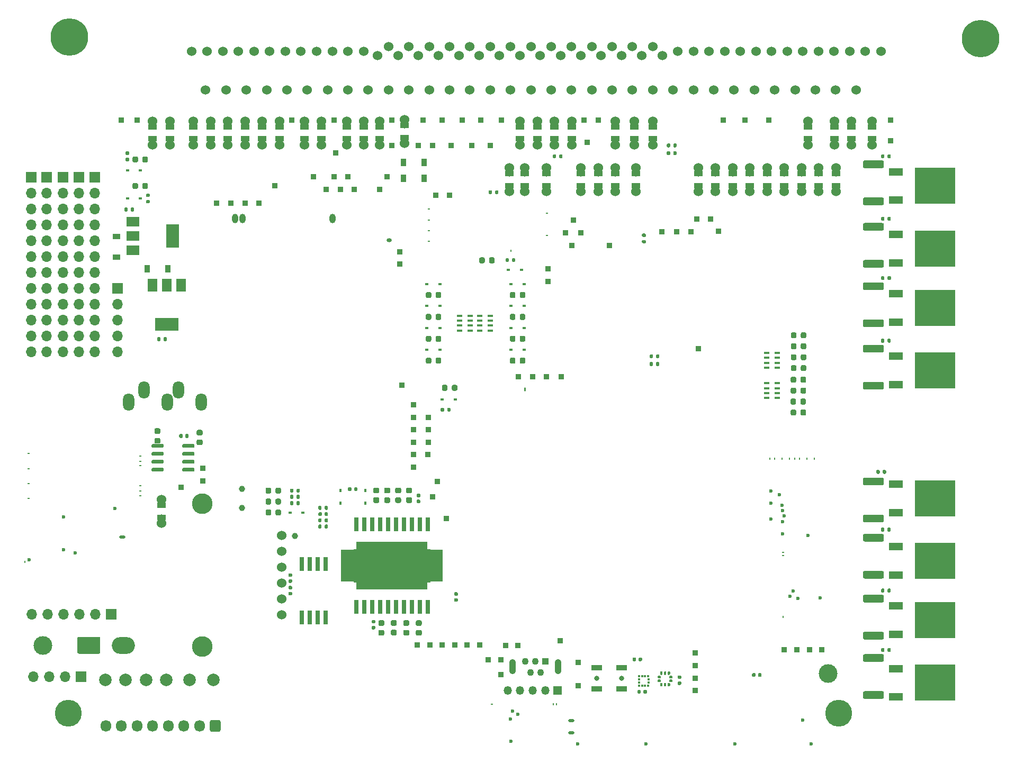
<source format=gts>
G04 #@! TF.GenerationSoftware,KiCad,Pcbnew,(5.99.0-11247-g3f6811f413)*
G04 #@! TF.CreationDate,2021-09-04T00:52:15+03:00*
G04 #@! TF.ProjectId,hellen88bmw,68656c6c-656e-4383-9862-6d772e6b6963,rev?*
G04 #@! TF.SameCoordinates,PX3d1b110PY9269338*
G04 #@! TF.FileFunction,Soldermask,Top*
G04 #@! TF.FilePolarity,Negative*
%FSLAX46Y46*%
G04 Gerber Fmt 4.6, Leading zero omitted, Abs format (unit mm)*
G04 Created by KiCad (PCBNEW (5.99.0-11247-g3f6811f413)) date 2021-09-04 00:52:15*
%MOMM*%
%LPD*%
G01*
G04 APERTURE LIST*
%ADD10C,0.010000*%
%ADD11C,6.000000*%
%ADD12C,1.524000*%
%ADD13R,1.397000X0.889000*%
%ADD14R,0.203200X1.524000*%
%ADD15R,2.200000X1.200000*%
%ADD16R,6.400000X5.800000*%
%ADD17R,1.700000X1.700000*%
%ADD18O,1.700000X1.700000*%
%ADD19R,0.640000X2.160000*%
%ADD20C,4.300000*%
%ADD21R,0.600000X0.450000*%
%ADD22R,0.850000X0.850000*%
%ADD23R,0.900000X1.200000*%
%ADD24C,3.000000*%
%ADD25C,0.800000*%
%ADD26R,1.700000X0.900000*%
%ADD27R,0.900000X0.400000*%
%ADD28R,0.800000X2.200000*%
%ADD29R,2.032000X5.080000*%
%ADD30R,11.430000X7.620000*%
%ADD31C,2.000000*%
%ADD32C,1.000000*%
%ADD33R,1.350000X1.350000*%
%ADD34O,1.350000X1.350000*%
%ADD35R,1.100000X1.100000*%
%ADD36C,1.100000*%
%ADD37O,1.100000X2.400000*%
%ADD38O,0.499999X0.250000*%
%ADD39O,0.250000X0.499999*%
%ADD40C,0.599999*%
%ADD41R,0.350000X0.400000*%
%ADD42R,0.400000X0.350000*%
%ADD43O,0.500000X0.250000*%
%ADD44O,0.250000X0.500000*%
%ADD45O,3.700000X2.700000*%
%ADD46O,1.000001X0.499999*%
%ADD47O,1.700000X1.850000*%
%ADD48O,1.800000X2.800000*%
%ADD49C,3.302000*%
%ADD50O,1.000001X1.500000*%
%ADD51O,0.800001X0.599999*%
%ADD52O,0.200000X0.499999*%
%ADD53O,0.200000X0.399999*%
%ADD54R,1.500000X2.000000*%
%ADD55R,3.800000X2.000000*%
%ADD56R,2.000000X1.500000*%
%ADD57R,2.000000X3.800000*%
%ADD58R,0.450000X0.600000*%
%ADD59R,1.200000X0.900000*%
G04 APERTURE END LIST*
D10*
G04 #@! TO.C,U6*
X65284150Y26631400D02*
X64865600Y26631400D01*
X64865600Y26631400D02*
X64865600Y31919860D01*
X64865600Y31919860D02*
X65284150Y31919860D01*
X65284150Y31919860D02*
X65284150Y26631400D01*
G36*
X65284150Y26631400D02*
G01*
X64865600Y26631400D01*
X64865600Y31919860D01*
X65284150Y31919860D01*
X65284150Y26631400D01*
G37*
X65284150Y26631400D02*
X64865600Y26631400D01*
X64865600Y31919860D01*
X65284150Y31919860D01*
X65284150Y26631400D01*
X53480550Y26631400D02*
X53080000Y26631400D01*
X53080000Y26631400D02*
X53080000Y31917320D01*
X53080000Y31917320D02*
X53480550Y31917320D01*
X53480550Y31917320D02*
X53480550Y26631400D01*
G36*
X53480550Y26631400D02*
G01*
X53080000Y26631400D01*
X53080000Y31917320D01*
X53480550Y31917320D01*
X53480550Y26631400D01*
G37*
X53480550Y26631400D02*
X53080000Y26631400D01*
X53080000Y31917320D01*
X53480550Y31917320D01*
X53480550Y26631400D01*
G04 #@! TD*
D11*
G04 #@! TO.C,PP1*
X7632400Y113856400D03*
X153342400Y113606400D03*
D12*
X27142400Y111606400D03*
X32142400Y111606400D03*
X37142400Y111606400D03*
X42142400Y111606400D03*
X47142400Y111606400D03*
X52142400Y111606400D03*
X56892400Y110856400D03*
X60142400Y110856400D03*
X63392400Y110856400D03*
X66642400Y110856400D03*
X69892400Y110856400D03*
X73142400Y110856400D03*
X76392400Y110856400D03*
X79642400Y110856400D03*
X82892400Y110856400D03*
X86142400Y110856400D03*
X89392400Y110856400D03*
X92642400Y110856400D03*
X95892400Y110856400D03*
X99142400Y110856400D03*
X102392400Y110856400D03*
X107392400Y111606400D03*
X112392400Y111606400D03*
X117392400Y111606400D03*
X122392400Y111606400D03*
X127392400Y111606400D03*
X132392400Y111606400D03*
X137392400Y111606400D03*
X29642400Y111606400D03*
X34642400Y111606400D03*
X39642400Y111606400D03*
X44642400Y111606400D03*
X49642400Y111606400D03*
X54642400Y111606400D03*
X58642400Y112356400D03*
X61892400Y112356400D03*
X65142400Y112356400D03*
X68392400Y112356400D03*
X71642400Y112356400D03*
X74892400Y112356400D03*
X78142400Y112356400D03*
X81392400Y112356400D03*
X84642400Y112356400D03*
X87892400Y112356400D03*
X91142400Y112356400D03*
X94392400Y112356400D03*
X97642400Y112356400D03*
X100892400Y112356400D03*
X104892400Y111606400D03*
X109892400Y111606400D03*
X114892400Y111606400D03*
X119892400Y111606400D03*
X124892400Y111606400D03*
X129892400Y111606400D03*
X134892400Y111606400D03*
X29392400Y105356400D03*
X32642400Y105356400D03*
X35892400Y105356400D03*
X39142400Y105356400D03*
X42392400Y105356400D03*
X45642400Y105356400D03*
X48892400Y105356400D03*
X52142400Y105356400D03*
X55392400Y105356400D03*
X58642400Y105356400D03*
X61892400Y105356400D03*
X65142400Y105356400D03*
X68392400Y105356400D03*
X71642400Y105356400D03*
X74892400Y105356400D03*
X78142400Y105356400D03*
X81392400Y105356400D03*
X84642400Y105356400D03*
X87892400Y105356400D03*
X91142400Y105356400D03*
X94392400Y105356400D03*
X97642400Y105356400D03*
X100892400Y105356400D03*
X104142400Y105356400D03*
X107392400Y105356400D03*
X110642400Y105356400D03*
X113892400Y105356400D03*
X117142400Y105356400D03*
X120392400Y105356400D03*
X123642400Y105356400D03*
X126892400Y105356400D03*
X130142400Y105356400D03*
X133392400Y105356400D03*
G04 #@! TD*
D13*
G04 #@! TO.C,JP1*
X20926000Y99475500D03*
D12*
X20926000Y100428000D03*
D14*
X20926000Y99793000D03*
X20926000Y97253000D03*
D12*
X20926000Y96618000D03*
D13*
X20926000Y97570500D03*
G04 #@! TD*
G04 #@! TO.C,JP3*
X30176000Y99475500D03*
D12*
X30176000Y100428000D03*
D14*
X30176000Y99793000D03*
D12*
X30176000Y96618000D03*
D14*
X30176000Y97253000D03*
D13*
X30176000Y97570500D03*
G04 #@! TD*
G04 #@! TO.C,JP4*
X35676000Y99475500D03*
D12*
X35676000Y100428000D03*
D14*
X35676000Y99793000D03*
D13*
X35676000Y97570500D03*
D12*
X35676000Y96618000D03*
D14*
X35676000Y97253000D03*
G04 #@! TD*
G04 #@! TO.C,JP5*
X45176000Y99793000D03*
D12*
X45176000Y100428000D03*
D13*
X45176000Y99475500D03*
D14*
X45176000Y97253000D03*
D13*
X45176000Y97570500D03*
D12*
X45176000Y96618000D03*
G04 #@! TD*
G04 #@! TO.C,JP7*
X51926000Y100428000D03*
D13*
X51926000Y99475500D03*
D14*
X51926000Y99793000D03*
D13*
X51926000Y97570500D03*
D14*
X51926000Y97253000D03*
D12*
X51926000Y96618000D03*
G04 #@! TD*
D14*
G04 #@! TO.C,JP16*
X85176000Y99793000D03*
D12*
X85176000Y100428000D03*
D13*
X85176000Y99475500D03*
X85176000Y97570500D03*
D12*
X85176000Y96618000D03*
D14*
X85176000Y97253000D03*
G04 #@! TD*
G04 #@! TO.C,JP17*
X87926000Y99793000D03*
D13*
X87926000Y99475500D03*
D12*
X87926000Y100428000D03*
D13*
X87926000Y97570500D03*
D14*
X87926000Y97253000D03*
D12*
X87926000Y96618000D03*
G04 #@! TD*
D14*
G04 #@! TO.C,JP20*
X94926000Y92293000D03*
D13*
X94926000Y91975500D03*
D12*
X94926000Y92928000D03*
D13*
X94926000Y90070500D03*
D14*
X94926000Y89753000D03*
D12*
X94926000Y89118000D03*
G04 #@! TD*
D14*
G04 #@! TO.C,JP21*
X98176000Y92293000D03*
D13*
X98176000Y91975500D03*
D12*
X98176000Y92928000D03*
X98176000Y89118000D03*
D14*
X98176000Y89753000D03*
D13*
X98176000Y90070500D03*
G04 #@! TD*
D12*
G04 #@! TO.C,JP22*
X110926000Y92928000D03*
D13*
X110926000Y91975500D03*
D14*
X110926000Y92293000D03*
D12*
X110926000Y89118000D03*
D13*
X110926000Y90070500D03*
D14*
X110926000Y89753000D03*
G04 #@! TD*
D13*
G04 #@! TO.C,JP23*
X116426000Y91975500D03*
D14*
X116426000Y92293000D03*
D12*
X116426000Y92928000D03*
X116426000Y89118000D03*
D14*
X116426000Y89753000D03*
D13*
X116426000Y90070500D03*
G04 #@! TD*
G04 #@! TO.C,JP24*
X121926000Y91975500D03*
D14*
X121926000Y92293000D03*
D12*
X121926000Y92928000D03*
X121926000Y89118000D03*
D13*
X121926000Y90070500D03*
D14*
X121926000Y89753000D03*
G04 #@! TD*
G04 #@! TO.C,JP25*
X125676000Y99793000D03*
D13*
X125676000Y99475500D03*
D12*
X125676000Y100428000D03*
X125676000Y96618000D03*
D13*
X125676000Y97570500D03*
D14*
X125676000Y97253000D03*
G04 #@! TD*
D12*
G04 #@! TO.C,JP26*
X129926000Y100428000D03*
D14*
X129926000Y99793000D03*
D13*
X129926000Y99475500D03*
D14*
X129926000Y97253000D03*
D12*
X129926000Y96618000D03*
D13*
X129926000Y97570500D03*
G04 #@! TD*
D12*
G04 #@! TO.C,JP27*
X135926000Y100428000D03*
D13*
X135926000Y99475500D03*
D14*
X135926000Y99793000D03*
D13*
X135926000Y97570500D03*
D12*
X135926000Y96618000D03*
D14*
X135926000Y97253000D03*
G04 #@! TD*
D13*
G04 #@! TO.C,JP29*
X23676000Y99475500D03*
D12*
X23676000Y100428000D03*
D14*
X23676000Y99793000D03*
D12*
X23676000Y96618000D03*
D14*
X23676000Y97253000D03*
D13*
X23676000Y97570500D03*
G04 #@! TD*
G04 #@! TO.C,JP31*
X32926000Y99475500D03*
D12*
X32926000Y100428000D03*
D14*
X32926000Y99793000D03*
D12*
X32926000Y96618000D03*
D13*
X32926000Y97570500D03*
D14*
X32926000Y97253000D03*
G04 #@! TD*
D13*
G04 #@! TO.C,JP32*
X41176000Y99475500D03*
D12*
X41176000Y100428000D03*
D14*
X41176000Y99793000D03*
D12*
X41176000Y96618000D03*
D13*
X41176000Y97570500D03*
D14*
X41176000Y97253000D03*
G04 #@! TD*
D13*
G04 #@! TO.C,JP33*
X47926000Y99475500D03*
D14*
X47926000Y99793000D03*
D12*
X47926000Y100428000D03*
D14*
X47926000Y97253000D03*
D13*
X47926000Y97570500D03*
D12*
X47926000Y96618000D03*
G04 #@! TD*
G04 #@! TO.C,JP35*
X57176000Y100428000D03*
D14*
X57176000Y99793000D03*
D13*
X57176000Y99475500D03*
D14*
X57176000Y97253000D03*
D13*
X57176000Y97570500D03*
D12*
X57176000Y96618000D03*
G04 #@! TD*
D13*
G04 #@! TO.C,JP41*
X77926000Y91975500D03*
D14*
X77926000Y92293000D03*
D12*
X77926000Y92928000D03*
D13*
X77926000Y90070500D03*
D12*
X77926000Y89118000D03*
D14*
X77926000Y89753000D03*
G04 #@! TD*
D13*
G04 #@! TO.C,JP42*
X80426000Y91975500D03*
D14*
X80426000Y92293000D03*
D12*
X80426000Y92928000D03*
D13*
X80426000Y90070500D03*
D14*
X80426000Y89753000D03*
D12*
X80426000Y89118000D03*
G04 #@! TD*
G04 #@! TO.C,JP43*
X82426000Y100428000D03*
D14*
X82426000Y99793000D03*
D13*
X82426000Y99475500D03*
D12*
X82426000Y96618000D03*
D14*
X82426000Y97253000D03*
D13*
X82426000Y97570500D03*
G04 #@! TD*
G04 #@! TO.C,JP46*
X89426000Y91975500D03*
D12*
X89426000Y92928000D03*
D14*
X89426000Y92293000D03*
D12*
X89426000Y89118000D03*
D14*
X89426000Y89753000D03*
D13*
X89426000Y90070500D03*
G04 #@! TD*
D14*
G04 #@! TO.C,JP47*
X92176000Y92293000D03*
D13*
X92176000Y91975500D03*
D12*
X92176000Y92928000D03*
D13*
X92176000Y90070500D03*
D14*
X92176000Y89753000D03*
D12*
X92176000Y89118000D03*
G04 #@! TD*
G04 #@! TO.C,JP50*
X113676000Y92928000D03*
D14*
X113676000Y92293000D03*
D13*
X113676000Y91975500D03*
D12*
X113676000Y89118000D03*
D13*
X113676000Y90070500D03*
D14*
X113676000Y89753000D03*
G04 #@! TD*
D13*
G04 #@! TO.C,JP51*
X119176000Y91975500D03*
D12*
X119176000Y92928000D03*
D14*
X119176000Y92293000D03*
D12*
X119176000Y89118000D03*
D14*
X119176000Y89753000D03*
D13*
X119176000Y90070500D03*
G04 #@! TD*
G04 #@! TO.C,JP52*
X124676000Y91975500D03*
D14*
X124676000Y92293000D03*
D12*
X124676000Y92928000D03*
D14*
X124676000Y89753000D03*
D13*
X124676000Y90070500D03*
D12*
X124676000Y89118000D03*
G04 #@! TD*
D14*
G04 #@! TO.C,JP54*
X132676000Y99793000D03*
D13*
X132676000Y99475500D03*
D12*
X132676000Y100428000D03*
X132676000Y96618000D03*
D14*
X132676000Y97253000D03*
D13*
X132676000Y97570500D03*
G04 #@! TD*
G04 #@! TO.C,JP56*
X27426000Y99475500D03*
D12*
X27426000Y100428000D03*
D14*
X27426000Y99793000D03*
D13*
X27426000Y97570500D03*
D14*
X27426000Y97253000D03*
D12*
X27426000Y96618000D03*
G04 #@! TD*
D14*
G04 #@! TO.C,JP73*
X83926000Y92293000D03*
D12*
X83926000Y92928000D03*
D13*
X83926000Y91975500D03*
D14*
X83926000Y89753000D03*
D12*
X83926000Y89118000D03*
D13*
X83926000Y90070500D03*
G04 #@! TD*
D12*
G04 #@! TO.C,JP77*
X94926000Y100428000D03*
D14*
X94926000Y99793000D03*
D13*
X94926000Y99475500D03*
X94926000Y97570500D03*
D12*
X94926000Y96618000D03*
D14*
X94926000Y97253000D03*
G04 #@! TD*
D12*
G04 #@! TO.C,JP78*
X100926000Y100428000D03*
D13*
X100926000Y99475500D03*
D14*
X100926000Y99793000D03*
D12*
X100926000Y96618000D03*
D13*
X100926000Y97570500D03*
D14*
X100926000Y97253000D03*
G04 #@! TD*
D13*
G04 #@! TO.C,JP85*
X130176000Y91975500D03*
D14*
X130176000Y92293000D03*
D12*
X130176000Y92928000D03*
D13*
X130176000Y90070500D03*
D12*
X130176000Y89118000D03*
D14*
X130176000Y89753000D03*
G04 #@! TD*
G04 #@! TO.C,JP86*
X127426000Y92293000D03*
D13*
X127426000Y91975500D03*
D12*
X127426000Y92928000D03*
D13*
X127426000Y90070500D03*
D14*
X127426000Y89753000D03*
D12*
X127426000Y89118000D03*
G04 #@! TD*
D14*
G04 #@! TO.C,JP59*
X38426000Y99793000D03*
D12*
X38426000Y100428000D03*
D13*
X38426000Y99475500D03*
D14*
X38426000Y97253000D03*
D12*
X38426000Y96618000D03*
D13*
X38426000Y97570500D03*
G04 #@! TD*
D14*
G04 #@! TO.C,JP49*
X108176000Y92293000D03*
D13*
X108176000Y91975500D03*
D12*
X108176000Y92928000D03*
D13*
X108176000Y90070500D03*
D12*
X108176000Y89118000D03*
D14*
X108176000Y89753000D03*
G04 #@! TD*
D15*
G04 #@! TO.C,Q1*
X139726000Y32303000D03*
D16*
X146026000Y30023000D03*
D15*
X139726000Y27743000D03*
G04 #@! TD*
G04 #@! TO.C,Q6*
X139726000Y92303000D03*
D16*
X146026000Y90023000D03*
D15*
X139726000Y87743000D03*
G04 #@! TD*
G04 #@! TO.C,Q2*
X139726000Y42303000D03*
D16*
X146026000Y40023000D03*
D15*
X139726000Y37743000D03*
G04 #@! TD*
G04 #@! TO.C,Q5*
X139726000Y82303000D03*
D16*
X146026000Y80023000D03*
D15*
X139726000Y77743000D03*
G04 #@! TD*
G04 #@! TO.C,Q3*
X139726000Y62803000D03*
D16*
X146026000Y60523000D03*
D15*
X139726000Y58243000D03*
G04 #@! TD*
G04 #@! TO.C,Q4*
X139726000Y72803000D03*
D16*
X146026000Y70523000D03*
D15*
X139726000Y68243000D03*
G04 #@! TD*
G04 #@! TO.C,C1*
G36*
G01*
X42756000Y26033000D02*
X43096000Y26033000D01*
G75*
G02*
X43236000Y25893000I0J-140000D01*
G01*
X43236000Y25613000D01*
G75*
G02*
X43096000Y25473000I-140000J0D01*
G01*
X42756000Y25473000D01*
G75*
G02*
X42616000Y25613000I0J140000D01*
G01*
X42616000Y25893000D01*
G75*
G02*
X42756000Y26033000I140000J0D01*
G01*
G37*
G36*
G01*
X42756000Y25073000D02*
X43096000Y25073000D01*
G75*
G02*
X43236000Y24933000I0J-140000D01*
G01*
X43236000Y24653000D01*
G75*
G02*
X43096000Y24513000I-140000J0D01*
G01*
X42756000Y24513000D01*
G75*
G02*
X42616000Y24653000I0J140000D01*
G01*
X42616000Y24933000D01*
G75*
G02*
X42756000Y25073000I140000J0D01*
G01*
G37*
G04 #@! TD*
G04 #@! TO.C,C2*
G36*
G01*
X43096000Y26513000D02*
X42756000Y26513000D01*
G75*
G02*
X42616000Y26653000I0J140000D01*
G01*
X42616000Y26933000D01*
G75*
G02*
X42756000Y27073000I140000J0D01*
G01*
X43096000Y27073000D01*
G75*
G02*
X43236000Y26933000I0J-140000D01*
G01*
X43236000Y26653000D01*
G75*
G02*
X43096000Y26513000I-140000J0D01*
G01*
G37*
G36*
G01*
X43096000Y27473000D02*
X42756000Y27473000D01*
G75*
G02*
X42616000Y27613000I0J140000D01*
G01*
X42616000Y27893000D01*
G75*
G02*
X42756000Y28033000I140000J0D01*
G01*
X43096000Y28033000D01*
G75*
G02*
X43236000Y27893000I0J-140000D01*
G01*
X43236000Y27613000D01*
G75*
G02*
X43096000Y27473000I-140000J0D01*
G01*
G37*
G04 #@! TD*
D17*
G04 #@! TO.C,J4*
X15276000Y73648000D03*
D18*
X15276000Y71108000D03*
X15276000Y68568000D03*
X15276000Y66028000D03*
X15276000Y63488000D03*
G04 #@! TD*
D17*
G04 #@! TO.C,J5*
X1516000Y91433000D03*
D18*
X1516000Y88893000D03*
X1516000Y86353000D03*
X1516000Y83813000D03*
X1516000Y81273000D03*
X1516000Y78733000D03*
X1516000Y76193000D03*
X1516000Y73653000D03*
X1516000Y71113000D03*
X1516000Y68573000D03*
X1516000Y66033000D03*
X1516000Y63493000D03*
G04 #@! TD*
D17*
G04 #@! TO.C,J6*
X3976001Y91433000D03*
D18*
X3976001Y88893000D03*
X3976001Y86353000D03*
X3976001Y83813000D03*
X3976001Y81273000D03*
X3976001Y78733000D03*
X3976001Y76193000D03*
X3976001Y73653000D03*
X3976001Y71113000D03*
X3976001Y68573000D03*
X3976001Y66033000D03*
X3976001Y63493000D03*
G04 #@! TD*
D17*
G04 #@! TO.C,J7*
X6596000Y91433000D03*
D18*
X6596000Y88893000D03*
X6596000Y86353000D03*
X6596000Y83813000D03*
X6596000Y81273000D03*
X6596000Y78733000D03*
X6596000Y76193000D03*
X6596000Y73653000D03*
X6596000Y71113000D03*
X6596000Y68573000D03*
X6596000Y66033000D03*
X6596000Y63493000D03*
G04 #@! TD*
D17*
G04 #@! TO.C,J8*
X9136000Y91433000D03*
D18*
X9136000Y88893000D03*
X9136000Y86353000D03*
X9136000Y83813000D03*
X9136000Y81273000D03*
X9136000Y78733000D03*
X9136000Y76193000D03*
X9136000Y73653000D03*
X9136000Y71113000D03*
X9136000Y68573000D03*
X9136000Y66033000D03*
X9136000Y63493000D03*
G04 #@! TD*
D17*
G04 #@! TO.C,J9*
X11676000Y91433000D03*
D18*
X11676000Y88893000D03*
X11676000Y86353000D03*
X11676000Y83813000D03*
X11676000Y81273000D03*
X11676000Y78733000D03*
X11676000Y76193000D03*
X11676000Y73653000D03*
X11676000Y71113000D03*
X11676000Y68573000D03*
X11676000Y66033000D03*
X11676000Y63493000D03*
G04 #@! TD*
D19*
G04 #@! TO.C,U1*
X44771000Y21003000D03*
X46041000Y21003000D03*
X47311000Y21003000D03*
X48581000Y21003000D03*
X48581000Y29543000D03*
X47311000Y29543000D03*
X46041000Y29543000D03*
X44771000Y29543000D03*
G04 #@! TD*
D20*
G04 #@! TO.C,H1*
X130622000Y5663000D03*
G04 #@! TD*
G04 #@! TO.C,H2*
X7432000Y5663000D03*
G04 #@! TD*
G04 #@! TO.C,R1*
G36*
G01*
X16396000Y86088000D02*
X16396000Y86458000D01*
G75*
G02*
X16531000Y86593000I135000J0D01*
G01*
X16801000Y86593000D01*
G75*
G02*
X16936000Y86458000I0J-135000D01*
G01*
X16936000Y86088000D01*
G75*
G02*
X16801000Y85953000I-135000J0D01*
G01*
X16531000Y85953000D01*
G75*
G02*
X16396000Y86088000I0J135000D01*
G01*
G37*
G36*
G01*
X17416000Y86088000D02*
X17416000Y86458000D01*
G75*
G02*
X17551000Y86593000I135000J0D01*
G01*
X17821000Y86593000D01*
G75*
G02*
X17956000Y86458000I0J-135000D01*
G01*
X17956000Y86088000D01*
G75*
G02*
X17821000Y85953000I-135000J0D01*
G01*
X17551000Y85953000D01*
G75*
G02*
X17416000Y86088000I0J135000D01*
G01*
G37*
G04 #@! TD*
D21*
G04 #@! TO.C,D14*
X64776000Y70823000D03*
X66876000Y70823000D03*
G04 #@! TD*
G04 #@! TO.C,R10*
G36*
G01*
X137601000Y17448000D02*
X134751000Y17448000D01*
G75*
G02*
X134501000Y17698000I0J250000D01*
G01*
X134501000Y18423000D01*
G75*
G02*
X134751000Y18673000I250000J0D01*
G01*
X137601000Y18673000D01*
G75*
G02*
X137851000Y18423000I0J-250000D01*
G01*
X137851000Y17698000D01*
G75*
G02*
X137601000Y17448000I-250000J0D01*
G01*
G37*
G36*
G01*
X137601000Y23373000D02*
X134751000Y23373000D01*
G75*
G02*
X134501000Y23623000I0J250000D01*
G01*
X134501000Y24348000D01*
G75*
G02*
X134751000Y24598000I250000J0D01*
G01*
X137601000Y24598000D01*
G75*
G02*
X137851000Y24348000I0J-250000D01*
G01*
X137851000Y23623000D01*
G75*
G02*
X137601000Y23373000I-250000J0D01*
G01*
G37*
G04 #@! TD*
D22*
G04 #@! TO.C,VOUT18*
X52176000Y91474215D03*
G04 #@! TD*
G04 #@! TO.C,D23*
G36*
G01*
X122988500Y65866750D02*
X122988500Y66379250D01*
G75*
G02*
X123207250Y66598000I218750J0D01*
G01*
X123644750Y66598000D01*
G75*
G02*
X123863500Y66379250I0J-218750D01*
G01*
X123863500Y65866750D01*
G75*
G02*
X123644750Y65648000I-218750J0D01*
G01*
X123207250Y65648000D01*
G75*
G02*
X122988500Y65866750I0J218750D01*
G01*
G37*
G36*
G01*
X124563500Y65866750D02*
X124563500Y66379250D01*
G75*
G02*
X124782250Y66598000I218750J0D01*
G01*
X125219750Y66598000D01*
G75*
G02*
X125438500Y66379250I0J-218750D01*
G01*
X125438500Y65866750D01*
G75*
G02*
X125219750Y65648000I-218750J0D01*
G01*
X124782250Y65648000D01*
G75*
G02*
X124563500Y65866750I0J218750D01*
G01*
G37*
G04 #@! TD*
G04 #@! TO.C,VOUT27*
X66426000Y42773000D03*
G04 #@! TD*
G04 #@! TO.C,VIN16*
X84176000Y76773000D03*
G04 #@! TD*
G04 #@! TO.C,D25*
G36*
G01*
X66176000Y65316750D02*
X66176000Y65829250D01*
G75*
G02*
X66394750Y66048000I218750J0D01*
G01*
X66832250Y66048000D01*
G75*
G02*
X67051000Y65829250I0J-218750D01*
G01*
X67051000Y65316750D01*
G75*
G02*
X66832250Y65098000I-218750J0D01*
G01*
X66394750Y65098000D01*
G75*
G02*
X66176000Y65316750I0J218750D01*
G01*
G37*
G36*
G01*
X64601000Y65316750D02*
X64601000Y65829250D01*
G75*
G02*
X64819750Y66048000I218750J0D01*
G01*
X65257250Y66048000D01*
G75*
G02*
X65476000Y65829250I0J-218750D01*
G01*
X65476000Y65316750D01*
G75*
G02*
X65257250Y65098000I-218750J0D01*
G01*
X64819750Y65098000D01*
G75*
G02*
X64601000Y65316750I0J218750D01*
G01*
G37*
G04 #@! TD*
D23*
G04 #@! TO.C,D10*
X20026000Y76773000D03*
X23326000Y76773000D03*
G04 #@! TD*
D24*
G04 #@! TO.C,TP4*
X128926000Y12023000D03*
G04 #@! TD*
D22*
G04 #@! TO.C,VOUT1*
X60426000Y77523000D03*
G04 #@! TD*
G04 #@! TO.C,D27*
G36*
G01*
X78926000Y69329250D02*
X78926000Y68816750D01*
G75*
G02*
X78707250Y68598000I-218750J0D01*
G01*
X78269750Y68598000D01*
G75*
G02*
X78051000Y68816750I0J218750D01*
G01*
X78051000Y69329250D01*
G75*
G02*
X78269750Y69548000I218750J0D01*
G01*
X78707250Y69548000D01*
G75*
G02*
X78926000Y69329250I0J-218750D01*
G01*
G37*
G36*
G01*
X80501000Y69329250D02*
X80501000Y68816750D01*
G75*
G02*
X80282250Y68598000I-218750J0D01*
G01*
X79844750Y68598000D01*
G75*
G02*
X79626000Y68816750I0J218750D01*
G01*
X79626000Y69329250D01*
G75*
G02*
X79844750Y69548000I218750J0D01*
G01*
X80282250Y69548000D01*
G75*
G02*
X80501000Y69329250I0J-218750D01*
G01*
G37*
G04 #@! TD*
G04 #@! TO.C,MMCU14*
X67926000Y36773000D03*
G04 #@! TD*
G04 #@! TO.C,R6*
G36*
G01*
X99291000Y82403000D02*
X99661000Y82403000D01*
G75*
G02*
X99796000Y82268000I0J-135000D01*
G01*
X99796000Y81998000D01*
G75*
G02*
X99661000Y81863000I-135000J0D01*
G01*
X99291000Y81863000D01*
G75*
G02*
X99156000Y81998000I0J135000D01*
G01*
X99156000Y82268000D01*
G75*
G02*
X99291000Y82403000I135000J0D01*
G01*
G37*
G36*
G01*
X99291000Y81383000D02*
X99661000Y81383000D01*
G75*
G02*
X99796000Y81248000I0J-135000D01*
G01*
X99796000Y80978000D01*
G75*
G02*
X99661000Y80843000I-135000J0D01*
G01*
X99291000Y80843000D01*
G75*
G02*
X99156000Y80978000I0J135000D01*
G01*
X99156000Y81248000D01*
G75*
G02*
X99291000Y81383000I135000J0D01*
G01*
G37*
G04 #@! TD*
G04 #@! TO.C,MMCU4*
X123926000Y15773000D03*
G04 #@! TD*
G04 #@! TO.C,MMCU31*
X63226000Y16573000D03*
G04 #@! TD*
G04 #@! TO.C,C13*
G36*
G01*
X61231000Y20528000D02*
X61731000Y20528000D01*
G75*
G02*
X61956000Y20303000I0J-225000D01*
G01*
X61956000Y19853000D01*
G75*
G02*
X61731000Y19628000I-225000J0D01*
G01*
X61231000Y19628000D01*
G75*
G02*
X61006000Y19853000I0J225000D01*
G01*
X61006000Y20303000D01*
G75*
G02*
X61231000Y20528000I225000J0D01*
G01*
G37*
G36*
G01*
X61231000Y18978000D02*
X61731000Y18978000D01*
G75*
G02*
X61956000Y18753000I0J-225000D01*
G01*
X61956000Y18303000D01*
G75*
G02*
X61731000Y18078000I-225000J0D01*
G01*
X61231000Y18078000D01*
G75*
G02*
X61006000Y18303000I0J225000D01*
G01*
X61006000Y18753000D01*
G75*
G02*
X61231000Y18978000I225000J0D01*
G01*
G37*
G04 #@! TD*
G04 #@! TO.C,cr8*
X15926000Y100523000D03*
G04 #@! TD*
G04 #@! TO.C,D29*
G36*
G01*
X66176000Y61816750D02*
X66176000Y62329250D01*
G75*
G02*
X66394750Y62548000I218750J0D01*
G01*
X66832250Y62548000D01*
G75*
G02*
X67051000Y62329250I0J-218750D01*
G01*
X67051000Y61816750D01*
G75*
G02*
X66832250Y61598000I-218750J0D01*
G01*
X66394750Y61598000D01*
G75*
G02*
X66176000Y61816750I0J218750D01*
G01*
G37*
G36*
G01*
X64601000Y61816750D02*
X64601000Y62329250D01*
G75*
G02*
X64819750Y62548000I218750J0D01*
G01*
X65257250Y62548000D01*
G75*
G02*
X65476000Y62329250I0J-218750D01*
G01*
X65476000Y61816750D01*
G75*
G02*
X65257250Y61598000I-218750J0D01*
G01*
X64819750Y61598000D01*
G75*
G02*
X64601000Y61816750I0J218750D01*
G01*
G37*
G04 #@! TD*
D25*
G04 #@! TO.C,SW2*
X95926000Y11273000D03*
D26*
X95926000Y12973000D03*
X95926000Y9573000D03*
G04 #@! TD*
D21*
G04 #@! TO.C,D1*
X16876000Y88023000D03*
X18976000Y88023000D03*
G04 #@! TD*
D22*
G04 #@! TO.C,MMCU28*
X71226000Y16573000D03*
G04 #@! TD*
G04 #@! TO.C,VOUT10*
X62676000Y51023000D03*
G04 #@! TD*
G04 #@! TO.C,cr1*
X70426000Y100523000D03*
G04 #@! TD*
G04 #@! TO.C,R33*
G36*
G01*
X42896000Y39088000D02*
X42896000Y39458000D01*
G75*
G02*
X43031000Y39593000I135000J0D01*
G01*
X43301000Y39593000D01*
G75*
G02*
X43436000Y39458000I0J-135000D01*
G01*
X43436000Y39088000D01*
G75*
G02*
X43301000Y38953000I-135000J0D01*
G01*
X43031000Y38953000D01*
G75*
G02*
X42896000Y39088000I0J135000D01*
G01*
G37*
G36*
G01*
X43916000Y39088000D02*
X43916000Y39458000D01*
G75*
G02*
X44051000Y39593000I135000J0D01*
G01*
X44321000Y39593000D01*
G75*
G02*
X44456000Y39458000I0J-135000D01*
G01*
X44456000Y39088000D01*
G75*
G02*
X44321000Y38953000I-135000J0D01*
G01*
X44051000Y38953000D01*
G75*
G02*
X43916000Y39088000I0J135000D01*
G01*
G37*
G04 #@! TD*
G04 #@! TO.C,MMCU30*
X67226000Y16573000D03*
G04 #@! TD*
D27*
G04 #@! TO.C,RN7*
X69976000Y66873000D03*
X69976000Y67673000D03*
X69976000Y68473000D03*
X69976000Y69273000D03*
X71676000Y69273000D03*
X71676000Y68473000D03*
X71676000Y67673000D03*
X71676000Y66873000D03*
G04 #@! TD*
D28*
G04 #@! TO.C,U6*
X64891000Y35873000D03*
X63621000Y35873000D03*
X62351000Y35873000D03*
X61081000Y35873000D03*
X59811000Y35873000D03*
X58541000Y35873000D03*
X57271000Y35873000D03*
X56001000Y35873000D03*
X54731000Y35873000D03*
X53461000Y35873000D03*
X53461000Y22673000D03*
X54731000Y22673000D03*
X56001000Y22673000D03*
X57271000Y22673000D03*
X58541000Y22673000D03*
X59811000Y22673000D03*
X61081000Y22673000D03*
X62351000Y22673000D03*
X63621000Y22673000D03*
X64891000Y22673000D03*
D29*
X66288000Y29273000D03*
D30*
X59176000Y29273000D03*
D29*
X52064000Y29273000D03*
G04 #@! TD*
D15*
G04 #@! TO.C,Q7*
X139726000Y22803000D03*
D16*
X146026000Y20523000D03*
D15*
X139726000Y18243000D03*
G04 #@! TD*
D22*
G04 #@! TO.C,MMCU18*
X69226000Y16573000D03*
G04 #@! TD*
G04 #@! TO.C,VIN4*
X106976000Y82723000D03*
G04 #@! TD*
G04 #@! TO.C,cr11*
X67176000Y100523000D03*
G04 #@! TD*
D31*
G04 #@! TO.C,P3*
X23090213Y11023000D03*
G04 #@! TD*
D22*
G04 #@! TO.C,MMCU9*
X77326000Y16473000D03*
G04 #@! TD*
G04 #@! TO.C,D28*
G36*
G01*
X66176000Y68816750D02*
X66176000Y69329250D01*
G75*
G02*
X66394750Y69548000I218750J0D01*
G01*
X66832250Y69548000D01*
G75*
G02*
X67051000Y69329250I0J-218750D01*
G01*
X67051000Y68816750D01*
G75*
G02*
X66832250Y68598000I-218750J0D01*
G01*
X66394750Y68598000D01*
G75*
G02*
X66176000Y68816750I0J218750D01*
G01*
G37*
G36*
G01*
X64601000Y68816750D02*
X64601000Y69329250D01*
G75*
G02*
X64819750Y69548000I218750J0D01*
G01*
X65257250Y69548000D01*
G75*
G02*
X65476000Y69329250I0J-218750D01*
G01*
X65476000Y68816750D01*
G75*
G02*
X65257250Y68598000I-218750J0D01*
G01*
X64819750Y68598000D01*
G75*
G02*
X64601000Y68816750I0J218750D01*
G01*
G37*
G04 #@! TD*
G04 #@! TO.C,R9*
G36*
G01*
X137601000Y57448000D02*
X134751000Y57448000D01*
G75*
G02*
X134501000Y57698000I0J250000D01*
G01*
X134501000Y58423000D01*
G75*
G02*
X134751000Y58673000I250000J0D01*
G01*
X137601000Y58673000D01*
G75*
G02*
X137851000Y58423000I0J-250000D01*
G01*
X137851000Y57698000D01*
G75*
G02*
X137601000Y57448000I-250000J0D01*
G01*
G37*
G36*
G01*
X137601000Y63373000D02*
X134751000Y63373000D01*
G75*
G02*
X134501000Y63623000I0J250000D01*
G01*
X134501000Y64348000D01*
G75*
G02*
X134751000Y64598000I250000J0D01*
G01*
X137601000Y64598000D01*
G75*
G02*
X137851000Y64348000I0J-250000D01*
G01*
X137851000Y63623000D01*
G75*
G02*
X137601000Y63373000I-250000J0D01*
G01*
G37*
G04 #@! TD*
G04 #@! TO.C,D11*
G36*
G01*
X68763500Y57466750D02*
X68763500Y57979250D01*
G75*
G02*
X68982250Y58198000I218750J0D01*
G01*
X69419750Y58198000D01*
G75*
G02*
X69638500Y57979250I0J-218750D01*
G01*
X69638500Y57466750D01*
G75*
G02*
X69419750Y57248000I-218750J0D01*
G01*
X68982250Y57248000D01*
G75*
G02*
X68763500Y57466750I0J218750D01*
G01*
G37*
G36*
G01*
X67188500Y57466750D02*
X67188500Y57979250D01*
G75*
G02*
X67407250Y58198000I218750J0D01*
G01*
X67844750Y58198000D01*
G75*
G02*
X68063500Y57979250I0J-218750D01*
G01*
X68063500Y57466750D01*
G75*
G02*
X67844750Y57248000I-218750J0D01*
G01*
X67407250Y57248000D01*
G75*
G02*
X67188500Y57466750I0J218750D01*
G01*
G37*
G04 #@! TD*
G04 #@! TO.C,VOUT5*
X48676000Y89474215D03*
G04 #@! TD*
G04 #@! TO.C,VIN19*
X107926000Y84773000D03*
G04 #@! TD*
G04 #@! TO.C,C21*
G36*
G01*
X56926000Y39298000D02*
X56426000Y39298000D01*
G75*
G02*
X56201000Y39523000I0J225000D01*
G01*
X56201000Y39973000D01*
G75*
G02*
X56426000Y40198000I225000J0D01*
G01*
X56926000Y40198000D01*
G75*
G02*
X57151000Y39973000I0J-225000D01*
G01*
X57151000Y39523000D01*
G75*
G02*
X56926000Y39298000I-225000J0D01*
G01*
G37*
G36*
G01*
X56926000Y40848000D02*
X56426000Y40848000D01*
G75*
G02*
X56201000Y41073000I0J225000D01*
G01*
X56201000Y41523000D01*
G75*
G02*
X56426000Y41748000I225000J0D01*
G01*
X56926000Y41748000D01*
G75*
G02*
X57151000Y41523000I0J-225000D01*
G01*
X57151000Y41073000D01*
G75*
G02*
X56926000Y40848000I-225000J0D01*
G01*
G37*
G04 #@! TD*
G04 #@! TO.C,R31*
G36*
G01*
X42896000Y41088000D02*
X42896000Y41458000D01*
G75*
G02*
X43031000Y41593000I135000J0D01*
G01*
X43301000Y41593000D01*
G75*
G02*
X43436000Y41458000I0J-135000D01*
G01*
X43436000Y41088000D01*
G75*
G02*
X43301000Y40953000I-135000J0D01*
G01*
X43031000Y40953000D01*
G75*
G02*
X42896000Y41088000I0J135000D01*
G01*
G37*
G36*
G01*
X43916000Y41088000D02*
X43916000Y41458000D01*
G75*
G02*
X44051000Y41593000I135000J0D01*
G01*
X44321000Y41593000D01*
G75*
G02*
X44456000Y41458000I0J-135000D01*
G01*
X44456000Y41088000D01*
G75*
G02*
X44321000Y40953000I-135000J0D01*
G01*
X44051000Y40953000D01*
G75*
G02*
X43916000Y41088000I0J135000D01*
G01*
G37*
G04 #@! TD*
G04 #@! TO.C,D22*
G36*
G01*
X122988500Y62366750D02*
X122988500Y62879250D01*
G75*
G02*
X123207250Y63098000I218750J0D01*
G01*
X123644750Y63098000D01*
G75*
G02*
X123863500Y62879250I0J-218750D01*
G01*
X123863500Y62366750D01*
G75*
G02*
X123644750Y62148000I-218750J0D01*
G01*
X123207250Y62148000D01*
G75*
G02*
X122988500Y62366750I0J218750D01*
G01*
G37*
G36*
G01*
X124563500Y62366750D02*
X124563500Y62879250D01*
G75*
G02*
X124782250Y63098000I218750J0D01*
G01*
X125219750Y63098000D01*
G75*
G02*
X125438500Y62879250I0J-218750D01*
G01*
X125438500Y62366750D01*
G75*
G02*
X125219750Y62148000I-218750J0D01*
G01*
X124782250Y62148000D01*
G75*
G02*
X124563500Y62366750I0J218750D01*
G01*
G37*
G04 #@! TD*
G04 #@! TO.C,KNOCK_RAW2*
X74926000Y96523000D03*
G04 #@! TD*
G04 #@! TO.C,C17*
G36*
G01*
X60426000Y39298000D02*
X59926000Y39298000D01*
G75*
G02*
X59701000Y39523000I0J225000D01*
G01*
X59701000Y39973000D01*
G75*
G02*
X59926000Y40198000I225000J0D01*
G01*
X60426000Y40198000D01*
G75*
G02*
X60651000Y39973000I0J-225000D01*
G01*
X60651000Y39523000D01*
G75*
G02*
X60426000Y39298000I-225000J0D01*
G01*
G37*
G36*
G01*
X60426000Y40848000D02*
X59926000Y40848000D01*
G75*
G02*
X59701000Y41073000I0J225000D01*
G01*
X59701000Y41523000D01*
G75*
G02*
X59926000Y41748000I225000J0D01*
G01*
X60426000Y41748000D01*
G75*
G02*
X60651000Y41523000I0J-225000D01*
G01*
X60651000Y41073000D01*
G75*
G02*
X60426000Y40848000I-225000J0D01*
G01*
G37*
G04 #@! TD*
G04 #@! TO.C,MMCU2*
X127926000Y15773000D03*
G04 #@! TD*
G04 #@! TO.C,VIN18*
X93926000Y80523000D03*
G04 #@! TD*
G04 #@! TO.C,MMCU7*
X88926000Y10023000D03*
G04 #@! TD*
G04 #@! TO.C,C11*
G36*
G01*
X59231000Y20553000D02*
X59731000Y20553000D01*
G75*
G02*
X59956000Y20328000I0J-225000D01*
G01*
X59956000Y19878000D01*
G75*
G02*
X59731000Y19653000I-225000J0D01*
G01*
X59231000Y19653000D01*
G75*
G02*
X59006000Y19878000I0J225000D01*
G01*
X59006000Y20328000D01*
G75*
G02*
X59231000Y20553000I225000J0D01*
G01*
G37*
G36*
G01*
X59231000Y19003000D02*
X59731000Y19003000D01*
G75*
G02*
X59956000Y18778000I0J-225000D01*
G01*
X59956000Y18328000D01*
G75*
G02*
X59731000Y18103000I-225000J0D01*
G01*
X59231000Y18103000D01*
G75*
G02*
X59006000Y18328000I0J225000D01*
G01*
X59006000Y18778000D01*
G75*
G02*
X59231000Y19003000I225000J0D01*
G01*
G37*
G04 #@! TD*
D12*
G04 #@! TO.C,JP14*
X79676000Y100428000D03*
D14*
X79676000Y99793000D03*
D13*
X79676000Y99475500D03*
D14*
X79676000Y97253000D03*
D13*
X79676000Y97570500D03*
D12*
X79676000Y96618000D03*
G04 #@! TD*
G04 #@! TO.C,C15*
G36*
G01*
X53686000Y41693000D02*
X53686000Y41353000D01*
G75*
G02*
X53546000Y41213000I-140000J0D01*
G01*
X53266000Y41213000D01*
G75*
G02*
X53126000Y41353000I0J140000D01*
G01*
X53126000Y41693000D01*
G75*
G02*
X53266000Y41833000I140000J0D01*
G01*
X53546000Y41833000D01*
G75*
G02*
X53686000Y41693000I0J-140000D01*
G01*
G37*
G36*
G01*
X52726000Y41693000D02*
X52726000Y41353000D01*
G75*
G02*
X52586000Y41213000I-140000J0D01*
G01*
X52306000Y41213000D01*
G75*
G02*
X52166000Y41353000I0J140000D01*
G01*
X52166000Y41693000D01*
G75*
G02*
X52306000Y41833000I140000J0D01*
G01*
X52586000Y41833000D01*
G75*
G02*
X52726000Y41693000I0J-140000D01*
G01*
G37*
G04 #@! TD*
G04 #@! TO.C,R26*
G36*
G01*
X104706000Y95458000D02*
X104706000Y95088000D01*
G75*
G02*
X104571000Y94953000I-135000J0D01*
G01*
X104301000Y94953000D01*
G75*
G02*
X104166000Y95088000I0J135000D01*
G01*
X104166000Y95458000D01*
G75*
G02*
X104301000Y95593000I135000J0D01*
G01*
X104571000Y95593000D01*
G75*
G02*
X104706000Y95458000I0J-135000D01*
G01*
G37*
G36*
G01*
X103686000Y95458000D02*
X103686000Y95088000D01*
G75*
G02*
X103551000Y94953000I-135000J0D01*
G01*
X103281000Y94953000D01*
G75*
G02*
X103146000Y95088000I0J135000D01*
G01*
X103146000Y95458000D01*
G75*
G02*
X103281000Y95593000I135000J0D01*
G01*
X103551000Y95593000D01*
G75*
G02*
X103686000Y95458000I0J-135000D01*
G01*
G37*
G04 #@! TD*
G04 #@! TO.C,R14*
G36*
G01*
X134751000Y15098000D02*
X137601000Y15098000D01*
G75*
G02*
X137851000Y14848000I0J-250000D01*
G01*
X137851000Y14123000D01*
G75*
G02*
X137601000Y13873000I-250000J0D01*
G01*
X134751000Y13873000D01*
G75*
G02*
X134501000Y14123000I0J250000D01*
G01*
X134501000Y14848000D01*
G75*
G02*
X134751000Y15098000I250000J0D01*
G01*
G37*
G36*
G01*
X134751000Y9173000D02*
X137601000Y9173000D01*
G75*
G02*
X137851000Y8923000I0J-250000D01*
G01*
X137851000Y8198000D01*
G75*
G02*
X137601000Y7948000I-250000J0D01*
G01*
X134751000Y7948000D01*
G75*
G02*
X134501000Y8198000I0J250000D01*
G01*
X134501000Y8923000D01*
G75*
G02*
X134751000Y9173000I250000J0D01*
G01*
G37*
G04 #@! TD*
D32*
G04 #@! TO.C,TP3*
X35176000Y38523000D03*
G04 #@! TD*
D13*
G04 #@! TO.C,JP36*
X61176000Y99678000D03*
D12*
X61176000Y100630500D03*
D14*
X61176000Y99995500D03*
X61176000Y97455500D03*
D13*
X61176000Y97773000D03*
D12*
X61176000Y96820500D03*
G04 #@! TD*
G04 #@! TO.C,D16*
G36*
G01*
X122951000Y53516750D02*
X122951000Y54029250D01*
G75*
G02*
X123169750Y54248000I218750J0D01*
G01*
X123607250Y54248000D01*
G75*
G02*
X123826000Y54029250I0J-218750D01*
G01*
X123826000Y53516750D01*
G75*
G02*
X123607250Y53298000I-218750J0D01*
G01*
X123169750Y53298000D01*
G75*
G02*
X122951000Y53516750I0J218750D01*
G01*
G37*
G36*
G01*
X124526000Y53516750D02*
X124526000Y54029250D01*
G75*
G02*
X124744750Y54248000I218750J0D01*
G01*
X125182250Y54248000D01*
G75*
G02*
X125401000Y54029250I0J-218750D01*
G01*
X125401000Y53516750D01*
G75*
G02*
X125182250Y53298000I-218750J0D01*
G01*
X124744750Y53298000D01*
G75*
G02*
X124526000Y53516750I0J218750D01*
G01*
G37*
G04 #@! TD*
D33*
G04 #@! TO.C,J2*
X85676000Y9273000D03*
D34*
X83676000Y9273000D03*
X81676000Y9273000D03*
X79676000Y9273000D03*
X77676000Y9273000D03*
G04 #@! TD*
D22*
G04 #@! TO.C,MMCU10*
X76576000Y14173000D03*
G04 #@! TD*
G04 #@! TO.C,MMCU29*
X64976000Y49023000D03*
G04 #@! TD*
G04 #@! TO.C,R4*
G36*
G01*
X74646000Y88838000D02*
X74646000Y89208000D01*
G75*
G02*
X74781000Y89343000I135000J0D01*
G01*
X75051000Y89343000D01*
G75*
G02*
X75186000Y89208000I0J-135000D01*
G01*
X75186000Y88838000D01*
G75*
G02*
X75051000Y88703000I-135000J0D01*
G01*
X74781000Y88703000D01*
G75*
G02*
X74646000Y88838000I0J135000D01*
G01*
G37*
G36*
G01*
X75666000Y88838000D02*
X75666000Y89208000D01*
G75*
G02*
X75801000Y89343000I135000J0D01*
G01*
X76071000Y89343000D01*
G75*
G02*
X76206000Y89208000I0J-135000D01*
G01*
X76206000Y88838000D01*
G75*
G02*
X76071000Y88703000I-135000J0D01*
G01*
X75801000Y88703000D01*
G75*
G02*
X75666000Y88838000I0J135000D01*
G01*
G37*
G04 #@! TD*
G04 #@! TO.C,R7*
G36*
G01*
X137601000Y27198000D02*
X134751000Y27198000D01*
G75*
G02*
X134501000Y27448000I0J250000D01*
G01*
X134501000Y28173000D01*
G75*
G02*
X134751000Y28423000I250000J0D01*
G01*
X137601000Y28423000D01*
G75*
G02*
X137851000Y28173000I0J-250000D01*
G01*
X137851000Y27448000D01*
G75*
G02*
X137601000Y27198000I-250000J0D01*
G01*
G37*
G36*
G01*
X137601000Y33123000D02*
X134751000Y33123000D01*
G75*
G02*
X134501000Y33373000I0J250000D01*
G01*
X134501000Y34098000D01*
G75*
G02*
X134751000Y34348000I250000J0D01*
G01*
X137601000Y34348000D01*
G75*
G02*
X137851000Y34098000I0J-250000D01*
G01*
X137851000Y33373000D01*
G75*
G02*
X137601000Y33123000I-250000J0D01*
G01*
G37*
G04 #@! TD*
D27*
G04 #@! TO.C,RN5*
X119076000Y58473000D03*
X119076000Y57673000D03*
X119076000Y56873000D03*
X119076000Y56073000D03*
X120776000Y56073000D03*
X120776000Y56873000D03*
X120776000Y57673000D03*
X120776000Y58473000D03*
G04 #@! TD*
D22*
G04 #@! TO.C,MMCU15*
X65226000Y16573000D03*
G04 #@! TD*
G04 #@! TO.C,C19*
G36*
G01*
X58676000Y39298000D02*
X58176000Y39298000D01*
G75*
G02*
X57951000Y39523000I0J225000D01*
G01*
X57951000Y39973000D01*
G75*
G02*
X58176000Y40198000I225000J0D01*
G01*
X58676000Y40198000D01*
G75*
G02*
X58901000Y39973000I0J-225000D01*
G01*
X58901000Y39523000D01*
G75*
G02*
X58676000Y39298000I-225000J0D01*
G01*
G37*
G36*
G01*
X58676000Y40848000D02*
X58176000Y40848000D01*
G75*
G02*
X57951000Y41073000I0J225000D01*
G01*
X57951000Y41523000D01*
G75*
G02*
X58176000Y41748000I225000J0D01*
G01*
X58676000Y41748000D01*
G75*
G02*
X58901000Y41523000I0J-225000D01*
G01*
X58901000Y41073000D01*
G75*
G02*
X58676000Y40848000I-225000J0D01*
G01*
G37*
G04 #@! TD*
G04 #@! TO.C,R18*
G36*
G01*
X136646000Y44088000D02*
X136646000Y44458000D01*
G75*
G02*
X136781000Y44593000I135000J0D01*
G01*
X137051000Y44593000D01*
G75*
G02*
X137186000Y44458000I0J-135000D01*
G01*
X137186000Y44088000D01*
G75*
G02*
X137051000Y43953000I-135000J0D01*
G01*
X136781000Y43953000D01*
G75*
G02*
X136646000Y44088000I0J135000D01*
G01*
G37*
G36*
G01*
X137666000Y44088000D02*
X137666000Y44458000D01*
G75*
G02*
X137801000Y44593000I135000J0D01*
G01*
X138071000Y44593000D01*
G75*
G02*
X138206000Y44458000I0J-135000D01*
G01*
X138206000Y44088000D01*
G75*
G02*
X138071000Y43953000I-135000J0D01*
G01*
X137801000Y43953000D01*
G75*
G02*
X137666000Y44088000I0J135000D01*
G01*
G37*
G04 #@! TD*
G04 #@! TO.C,VOUT19*
X57176000Y89474215D03*
G04 #@! TD*
G04 #@! TO.C,R5*
G36*
G01*
X84906000Y94588000D02*
X84906000Y94958000D01*
G75*
G02*
X85041000Y95093000I135000J0D01*
G01*
X85311000Y95093000D01*
G75*
G02*
X85446000Y94958000I0J-135000D01*
G01*
X85446000Y94588000D01*
G75*
G02*
X85311000Y94453000I-135000J0D01*
G01*
X85041000Y94453000D01*
G75*
G02*
X84906000Y94588000I0J135000D01*
G01*
G37*
G36*
G01*
X85926000Y94588000D02*
X85926000Y94958000D01*
G75*
G02*
X86061000Y95093000I135000J0D01*
G01*
X86331000Y95093000D01*
G75*
G02*
X86466000Y94958000I0J-135000D01*
G01*
X86466000Y94588000D01*
G75*
G02*
X86331000Y94453000I-135000J0D01*
G01*
X86061000Y94453000D01*
G75*
G02*
X85926000Y94588000I0J135000D01*
G01*
G37*
G04 #@! TD*
G04 #@! TO.C,cr15*
X59176000Y100523000D03*
G04 #@! TD*
G04 #@! TO.C,MMCU8*
X79326000Y16473000D03*
G04 #@! TD*
G04 #@! TO.C,R27*
G36*
G01*
X101946000Y61708000D02*
X101946000Y61338000D01*
G75*
G02*
X101811000Y61203000I-135000J0D01*
G01*
X101541000Y61203000D01*
G75*
G02*
X101406000Y61338000I0J135000D01*
G01*
X101406000Y61708000D01*
G75*
G02*
X101541000Y61843000I135000J0D01*
G01*
X101811000Y61843000D01*
G75*
G02*
X101946000Y61708000I0J-135000D01*
G01*
G37*
G36*
G01*
X100926000Y61708000D02*
X100926000Y61338000D01*
G75*
G02*
X100791000Y61203000I-135000J0D01*
G01*
X100521000Y61203000D01*
G75*
G02*
X100386000Y61338000I0J135000D01*
G01*
X100386000Y61708000D01*
G75*
G02*
X100521000Y61843000I135000J0D01*
G01*
X100791000Y61843000D01*
G75*
G02*
X100926000Y61708000I0J-135000D01*
G01*
G37*
G04 #@! TD*
G04 #@! TO.C,cr20*
X115676000Y100523000D03*
G04 #@! TD*
G04 #@! TO.C,R12*
G36*
G01*
X134751000Y84098000D02*
X137601000Y84098000D01*
G75*
G02*
X137851000Y83848000I0J-250000D01*
G01*
X137851000Y83123000D01*
G75*
G02*
X137601000Y82873000I-250000J0D01*
G01*
X134751000Y82873000D01*
G75*
G02*
X134501000Y83123000I0J250000D01*
G01*
X134501000Y83848000D01*
G75*
G02*
X134751000Y84098000I250000J0D01*
G01*
G37*
G36*
G01*
X134751000Y78173000D02*
X137601000Y78173000D01*
G75*
G02*
X137851000Y77923000I0J-250000D01*
G01*
X137851000Y77198000D01*
G75*
G02*
X137601000Y76948000I-250000J0D01*
G01*
X134751000Y76948000D01*
G75*
G02*
X134501000Y77198000I0J250000D01*
G01*
X134501000Y77923000D01*
G75*
G02*
X134751000Y78173000I250000J0D01*
G01*
G37*
G04 #@! TD*
D27*
G04 #@! TO.C,RN6*
X119076000Y63323000D03*
X119076000Y62523000D03*
X119076000Y61723000D03*
X119076000Y60923000D03*
X120776000Y60923000D03*
X120776000Y61723000D03*
X120776000Y62523000D03*
X120776000Y63323000D03*
G04 #@! TD*
D22*
G04 #@! TO.C,MMCU16*
X86226000Y59523000D03*
G04 #@! TD*
G04 #@! TO.C,VIN10*
X89426000Y82523000D03*
G04 #@! TD*
G04 #@! TO.C,MMCU5*
X86126000Y17273000D03*
G04 #@! TD*
G04 #@! TO.C,C12*
G36*
G01*
X47436000Y37353000D02*
X47436000Y37693000D01*
G75*
G02*
X47576000Y37833000I140000J0D01*
G01*
X47856000Y37833000D01*
G75*
G02*
X47996000Y37693000I0J-140000D01*
G01*
X47996000Y37353000D01*
G75*
G02*
X47856000Y37213000I-140000J0D01*
G01*
X47576000Y37213000D01*
G75*
G02*
X47436000Y37353000I0J140000D01*
G01*
G37*
G36*
G01*
X48396000Y37353000D02*
X48396000Y37693000D01*
G75*
G02*
X48536000Y37833000I140000J0D01*
G01*
X48816000Y37833000D01*
G75*
G02*
X48956000Y37693000I0J-140000D01*
G01*
X48956000Y37353000D01*
G75*
G02*
X48816000Y37213000I-140000J0D01*
G01*
X48536000Y37213000D01*
G75*
G02*
X48396000Y37353000I0J140000D01*
G01*
G37*
G04 #@! TD*
G04 #@! TO.C,VIN17*
X84176000Y74773000D03*
G04 #@! TD*
G04 #@! TO.C,C8*
G36*
G01*
X28676000Y48548000D02*
X28176000Y48548000D01*
G75*
G02*
X27951000Y48773000I0J225000D01*
G01*
X27951000Y49223000D01*
G75*
G02*
X28176000Y49448000I225000J0D01*
G01*
X28676000Y49448000D01*
G75*
G02*
X28901000Y49223000I0J-225000D01*
G01*
X28901000Y48773000D01*
G75*
G02*
X28676000Y48548000I-225000J0D01*
G01*
G37*
G36*
G01*
X28676000Y50098000D02*
X28176000Y50098000D01*
G75*
G02*
X27951000Y50323000I0J225000D01*
G01*
X27951000Y50773000D01*
G75*
G02*
X28176000Y50998000I225000J0D01*
G01*
X28676000Y50998000D01*
G75*
G02*
X28901000Y50773000I0J-225000D01*
G01*
X28901000Y50323000D01*
G75*
G02*
X28676000Y50098000I-225000J0D01*
G01*
G37*
G04 #@! TD*
G04 #@! TO.C,D18*
G36*
G01*
X122988500Y60616750D02*
X122988500Y61129250D01*
G75*
G02*
X123207250Y61348000I218750J0D01*
G01*
X123644750Y61348000D01*
G75*
G02*
X123863500Y61129250I0J-218750D01*
G01*
X123863500Y60616750D01*
G75*
G02*
X123644750Y60398000I-218750J0D01*
G01*
X123207250Y60398000D01*
G75*
G02*
X122988500Y60616750I0J218750D01*
G01*
G37*
G36*
G01*
X124563500Y60616750D02*
X124563500Y61129250D01*
G75*
G02*
X124782250Y61348000I218750J0D01*
G01*
X125219750Y61348000D01*
G75*
G02*
X125438500Y61129250I0J-218750D01*
G01*
X125438500Y60616750D01*
G75*
G02*
X125219750Y60398000I-218750J0D01*
G01*
X124782250Y60398000D01*
G75*
G02*
X124563500Y60616750I0J218750D01*
G01*
G37*
G04 #@! TD*
G04 #@! TO.C,VOUT21*
X58426000Y91474215D03*
G04 #@! TD*
G04 #@! TO.C,R2*
G36*
G01*
X21646000Y65338000D02*
X21646000Y65708000D01*
G75*
G02*
X21781000Y65843000I135000J0D01*
G01*
X22051000Y65843000D01*
G75*
G02*
X22186000Y65708000I0J-135000D01*
G01*
X22186000Y65338000D01*
G75*
G02*
X22051000Y65203000I-135000J0D01*
G01*
X21781000Y65203000D01*
G75*
G02*
X21646000Y65338000I0J135000D01*
G01*
G37*
G36*
G01*
X22666000Y65338000D02*
X22666000Y65708000D01*
G75*
G02*
X22801000Y65843000I135000J0D01*
G01*
X23071000Y65843000D01*
G75*
G02*
X23206000Y65708000I0J-135000D01*
G01*
X23206000Y65338000D01*
G75*
G02*
X23071000Y65203000I-135000J0D01*
G01*
X22801000Y65203000D01*
G75*
G02*
X22666000Y65338000I0J135000D01*
G01*
G37*
G04 #@! TD*
D23*
G04 #@! TO.C,D3*
X64326000Y91273000D03*
X61026000Y91273000D03*
G04 #@! TD*
D15*
G04 #@! TO.C,Q8*
X139726000Y12803000D03*
D16*
X146026000Y10523000D03*
D15*
X139726000Y8243000D03*
G04 #@! TD*
D22*
G04 #@! TO.C,VOUT15*
X37926000Y87273000D03*
G04 #@! TD*
G04 #@! TO.C,R43*
G36*
G01*
X68556000Y54408000D02*
X68556000Y54038000D01*
G75*
G02*
X68421000Y53903000I-135000J0D01*
G01*
X68151000Y53903000D01*
G75*
G02*
X68016000Y54038000I0J135000D01*
G01*
X68016000Y54408000D01*
G75*
G02*
X68151000Y54543000I135000J0D01*
G01*
X68421000Y54543000D01*
G75*
G02*
X68556000Y54408000I0J-135000D01*
G01*
G37*
G36*
G01*
X67536000Y54408000D02*
X67536000Y54038000D01*
G75*
G02*
X67401000Y53903000I-135000J0D01*
G01*
X67131000Y53903000D01*
G75*
G02*
X66996000Y54038000I0J135000D01*
G01*
X66996000Y54408000D01*
G75*
G02*
X67131000Y54543000I135000J0D01*
G01*
X67401000Y54543000D01*
G75*
G02*
X67536000Y54408000I0J-135000D01*
G01*
G37*
G04 #@! TD*
G04 #@! TO.C,D15*
G36*
G01*
X18576000Y94529250D02*
X18576000Y94016750D01*
G75*
G02*
X18357250Y93798000I-218750J0D01*
G01*
X17919750Y93798000D01*
G75*
G02*
X17701000Y94016750I0J218750D01*
G01*
X17701000Y94529250D01*
G75*
G02*
X17919750Y94748000I218750J0D01*
G01*
X18357250Y94748000D01*
G75*
G02*
X18576000Y94529250I0J-218750D01*
G01*
G37*
G36*
G01*
X20151000Y94529250D02*
X20151000Y94016750D01*
G75*
G02*
X19932250Y93798000I-218750J0D01*
G01*
X19494750Y93798000D01*
G75*
G02*
X19276000Y94016750I0J218750D01*
G01*
X19276000Y94529250D01*
G75*
G02*
X19494750Y94748000I218750J0D01*
G01*
X19932250Y94748000D01*
G75*
G02*
X20151000Y94529250I0J-218750D01*
G01*
G37*
G04 #@! TD*
G04 #@! TO.C,D20*
G36*
G01*
X122913500Y55266750D02*
X122913500Y55779250D01*
G75*
G02*
X123132250Y55998000I218750J0D01*
G01*
X123569750Y55998000D01*
G75*
G02*
X123788500Y55779250I0J-218750D01*
G01*
X123788500Y55266750D01*
G75*
G02*
X123569750Y55048000I-218750J0D01*
G01*
X123132250Y55048000D01*
G75*
G02*
X122913500Y55266750I0J218750D01*
G01*
G37*
G36*
G01*
X124488500Y55266750D02*
X124488500Y55779250D01*
G75*
G02*
X124707250Y55998000I218750J0D01*
G01*
X125144750Y55998000D01*
G75*
G02*
X125363500Y55779250I0J-218750D01*
G01*
X125363500Y55266750D01*
G75*
G02*
X125144750Y55048000I-218750J0D01*
G01*
X124707250Y55048000D01*
G75*
G02*
X124488500Y55266750I0J218750D01*
G01*
G37*
G04 #@! TD*
G04 #@! TO.C,VOUT25*
X62676000Y53023000D03*
G04 #@! TD*
D27*
G04 #@! TO.C,RN8*
X74926000Y69273000D03*
X74926000Y68473000D03*
X74926000Y67673000D03*
X74926000Y66873000D03*
X73226000Y66873000D03*
X73226000Y67673000D03*
X73226000Y68473000D03*
X73226000Y69273000D03*
G04 #@! TD*
D12*
G04 #@! TO.C,JP6*
X54676000Y100428000D03*
D13*
X54676000Y99475500D03*
D14*
X54676000Y99793000D03*
D13*
X54676000Y97570500D03*
D12*
X54676000Y96618000D03*
D14*
X54676000Y97253000D03*
G04 #@! TD*
D21*
G04 #@! TO.C,D37*
X80326000Y67323000D03*
X78226000Y67323000D03*
G04 #@! TD*
D35*
G04 #@! TO.C,J1*
X83726000Y13948000D03*
D36*
X82926000Y12198000D03*
X82126000Y13948000D03*
X81326000Y12198000D03*
X80526000Y13948000D03*
D37*
X85776000Y13073000D03*
X78476000Y13073000D03*
G04 #@! TD*
G04 #@! TO.C,R24*
G36*
G01*
X138956000Y15958000D02*
X138956000Y15588000D01*
G75*
G02*
X138821000Y15453000I-135000J0D01*
G01*
X138551000Y15453000D01*
G75*
G02*
X138416000Y15588000I0J135000D01*
G01*
X138416000Y15958000D01*
G75*
G02*
X138551000Y16093000I135000J0D01*
G01*
X138821000Y16093000D01*
G75*
G02*
X138956000Y15958000I0J-135000D01*
G01*
G37*
G36*
G01*
X137936000Y15958000D02*
X137936000Y15588000D01*
G75*
G02*
X137801000Y15453000I-135000J0D01*
G01*
X137531000Y15453000D01*
G75*
G02*
X137396000Y15588000I0J135000D01*
G01*
X137396000Y15958000D01*
G75*
G02*
X137531000Y16093000I135000J0D01*
G01*
X137801000Y16093000D01*
G75*
G02*
X137936000Y15958000I0J-135000D01*
G01*
G37*
G04 #@! TD*
D22*
G04 #@! TO.C,VIN3*
X104676000Y82723000D03*
G04 #@! TD*
G04 #@! TO.C,cr13*
X49926000Y100523000D03*
G04 #@! TD*
G04 #@! TO.C,MMCU38*
X64976000Y51023000D03*
G04 #@! TD*
G04 #@! TO.C,cr2*
X73426000Y100523000D03*
G04 #@! TD*
G04 #@! TO.C,R23*
G36*
G01*
X138966000Y75458000D02*
X138966000Y75088000D01*
G75*
G02*
X138831000Y74953000I-135000J0D01*
G01*
X138561000Y74953000D01*
G75*
G02*
X138426000Y75088000I0J135000D01*
G01*
X138426000Y75458000D01*
G75*
G02*
X138561000Y75593000I135000J0D01*
G01*
X138831000Y75593000D01*
G75*
G02*
X138966000Y75458000I0J-135000D01*
G01*
G37*
G36*
G01*
X137946000Y75458000D02*
X137946000Y75088000D01*
G75*
G02*
X137811000Y74953000I-135000J0D01*
G01*
X137541000Y74953000D01*
G75*
G02*
X137406000Y75088000I0J135000D01*
G01*
X137406000Y75458000D01*
G75*
G02*
X137541000Y75593000I135000J0D01*
G01*
X137811000Y75593000D01*
G75*
G02*
X137946000Y75458000I0J-135000D01*
G01*
G37*
G04 #@! TD*
G04 #@! TO.C,cr3*
X76676000Y100523000D03*
G04 #@! TD*
G04 #@! TO.C,U5*
G36*
G01*
X20726000Y48278000D02*
X20726000Y48578000D01*
G75*
G02*
X20876000Y48728000I150000J0D01*
G01*
X22526000Y48728000D01*
G75*
G02*
X22676000Y48578000I0J-150000D01*
G01*
X22676000Y48278000D01*
G75*
G02*
X22526000Y48128000I-150000J0D01*
G01*
X20876000Y48128000D01*
G75*
G02*
X20726000Y48278000I0J150000D01*
G01*
G37*
G36*
G01*
X20726000Y47008000D02*
X20726000Y47308000D01*
G75*
G02*
X20876000Y47458000I150000J0D01*
G01*
X22526000Y47458000D01*
G75*
G02*
X22676000Y47308000I0J-150000D01*
G01*
X22676000Y47008000D01*
G75*
G02*
X22526000Y46858000I-150000J0D01*
G01*
X20876000Y46858000D01*
G75*
G02*
X20726000Y47008000I0J150000D01*
G01*
G37*
G36*
G01*
X20726000Y45738000D02*
X20726000Y46038000D01*
G75*
G02*
X20876000Y46188000I150000J0D01*
G01*
X22526000Y46188000D01*
G75*
G02*
X22676000Y46038000I0J-150000D01*
G01*
X22676000Y45738000D01*
G75*
G02*
X22526000Y45588000I-150000J0D01*
G01*
X20876000Y45588000D01*
G75*
G02*
X20726000Y45738000I0J150000D01*
G01*
G37*
G36*
G01*
X20726000Y44468000D02*
X20726000Y44768000D01*
G75*
G02*
X20876000Y44918000I150000J0D01*
G01*
X22526000Y44918000D01*
G75*
G02*
X22676000Y44768000I0J-150000D01*
G01*
X22676000Y44468000D01*
G75*
G02*
X22526000Y44318000I-150000J0D01*
G01*
X20876000Y44318000D01*
G75*
G02*
X20726000Y44468000I0J150000D01*
G01*
G37*
G36*
G01*
X25676000Y44468000D02*
X25676000Y44768000D01*
G75*
G02*
X25826000Y44918000I150000J0D01*
G01*
X27476000Y44918000D01*
G75*
G02*
X27626000Y44768000I0J-150000D01*
G01*
X27626000Y44468000D01*
G75*
G02*
X27476000Y44318000I-150000J0D01*
G01*
X25826000Y44318000D01*
G75*
G02*
X25676000Y44468000I0J150000D01*
G01*
G37*
G36*
G01*
X25676000Y45738000D02*
X25676000Y46038000D01*
G75*
G02*
X25826000Y46188000I150000J0D01*
G01*
X27476000Y46188000D01*
G75*
G02*
X27626000Y46038000I0J-150000D01*
G01*
X27626000Y45738000D01*
G75*
G02*
X27476000Y45588000I-150000J0D01*
G01*
X25826000Y45588000D01*
G75*
G02*
X25676000Y45738000I0J150000D01*
G01*
G37*
G36*
G01*
X25676000Y47008000D02*
X25676000Y47308000D01*
G75*
G02*
X25826000Y47458000I150000J0D01*
G01*
X27476000Y47458000D01*
G75*
G02*
X27626000Y47308000I0J-150000D01*
G01*
X27626000Y47008000D01*
G75*
G02*
X27476000Y46858000I-150000J0D01*
G01*
X25826000Y46858000D01*
G75*
G02*
X25676000Y47008000I0J150000D01*
G01*
G37*
G36*
G01*
X25676000Y48278000D02*
X25676000Y48578000D01*
G75*
G02*
X25826000Y48728000I150000J0D01*
G01*
X27476000Y48728000D01*
G75*
G02*
X27626000Y48578000I0J-150000D01*
G01*
X27626000Y48278000D01*
G75*
G02*
X27476000Y48128000I-150000J0D01*
G01*
X25826000Y48128000D01*
G75*
G02*
X25676000Y48278000I0J150000D01*
G01*
G37*
G04 #@! TD*
G04 #@! TO.C,R25*
G36*
G01*
X104706000Y96708000D02*
X104706000Y96338000D01*
G75*
G02*
X104571000Y96203000I-135000J0D01*
G01*
X104301000Y96203000D01*
G75*
G02*
X104166000Y96338000I0J135000D01*
G01*
X104166000Y96708000D01*
G75*
G02*
X104301000Y96843000I135000J0D01*
G01*
X104571000Y96843000D01*
G75*
G02*
X104706000Y96708000I0J-135000D01*
G01*
G37*
G36*
G01*
X103686000Y96708000D02*
X103686000Y96338000D01*
G75*
G02*
X103551000Y96203000I-135000J0D01*
G01*
X103281000Y96203000D01*
G75*
G02*
X103146000Y96338000I0J135000D01*
G01*
X103146000Y96708000D01*
G75*
G02*
X103281000Y96843000I135000J0D01*
G01*
X103551000Y96843000D01*
G75*
G02*
X103686000Y96708000I0J-135000D01*
G01*
G37*
G04 #@! TD*
D38*
G04 #@! TO.C,M4*
X75138506Y7116334D03*
D39*
X85488500Y7066336D03*
X84988499Y7066336D03*
D40*
X78438502Y6016338D03*
X79313504Y5491338D03*
X78138500Y4741340D03*
X78213503Y1191339D03*
G04 #@! TD*
G04 #@! TO.C,R8*
G36*
G01*
X137601000Y36198000D02*
X134751000Y36198000D01*
G75*
G02*
X134501000Y36448000I0J250000D01*
G01*
X134501000Y37173000D01*
G75*
G02*
X134751000Y37423000I250000J0D01*
G01*
X137601000Y37423000D01*
G75*
G02*
X137851000Y37173000I0J-250000D01*
G01*
X137851000Y36448000D01*
G75*
G02*
X137601000Y36198000I-250000J0D01*
G01*
G37*
G36*
G01*
X137601000Y42123000D02*
X134751000Y42123000D01*
G75*
G02*
X134501000Y42373000I0J250000D01*
G01*
X134501000Y43098000D01*
G75*
G02*
X134751000Y43348000I250000J0D01*
G01*
X137601000Y43348000D01*
G75*
G02*
X137851000Y43098000I0J-250000D01*
G01*
X137851000Y42373000D01*
G75*
G02*
X137601000Y42123000I-250000J0D01*
G01*
G37*
G04 #@! TD*
G04 #@! TO.C,D21*
G36*
G01*
X122951000Y58766750D02*
X122951000Y59279250D01*
G75*
G02*
X123169750Y59498000I218750J0D01*
G01*
X123607250Y59498000D01*
G75*
G02*
X123826000Y59279250I0J-218750D01*
G01*
X123826000Y58766750D01*
G75*
G02*
X123607250Y58548000I-218750J0D01*
G01*
X123169750Y58548000D01*
G75*
G02*
X122951000Y58766750I0J218750D01*
G01*
G37*
G36*
G01*
X124526000Y58766750D02*
X124526000Y59279250D01*
G75*
G02*
X124744750Y59498000I218750J0D01*
G01*
X125182250Y59498000D01*
G75*
G02*
X125401000Y59279250I0J-218750D01*
G01*
X125401000Y58766750D01*
G75*
G02*
X125182250Y58548000I-218750J0D01*
G01*
X124744750Y58548000D01*
G75*
G02*
X124526000Y58766750I0J218750D01*
G01*
G37*
G04 #@! TD*
G04 #@! TO.C,R13*
G36*
G01*
X134751000Y74598000D02*
X137601000Y74598000D01*
G75*
G02*
X137851000Y74348000I0J-250000D01*
G01*
X137851000Y73623000D01*
G75*
G02*
X137601000Y73373000I-250000J0D01*
G01*
X134751000Y73373000D01*
G75*
G02*
X134501000Y73623000I0J250000D01*
G01*
X134501000Y74348000D01*
G75*
G02*
X134751000Y74598000I250000J0D01*
G01*
G37*
G36*
G01*
X134751000Y68673000D02*
X137601000Y68673000D01*
G75*
G02*
X137851000Y68423000I0J-250000D01*
G01*
X137851000Y67698000D01*
G75*
G02*
X137601000Y67448000I-250000J0D01*
G01*
X134751000Y67448000D01*
G75*
G02*
X134501000Y67698000I0J250000D01*
G01*
X134501000Y68423000D01*
G75*
G02*
X134751000Y68673000I250000J0D01*
G01*
G37*
G04 #@! TD*
D23*
G04 #@! TO.C,D8*
X64326000Y93773000D03*
X61026000Y93773000D03*
G04 #@! TD*
D41*
G04 #@! TO.C,U3*
X100176000Y11593000D03*
X99676000Y11593000D03*
X99176000Y11593000D03*
X98676000Y11593000D03*
D42*
X98666000Y11083000D03*
X98666000Y10583000D03*
D41*
X98676000Y10073000D03*
X99176000Y10073000D03*
X99676000Y10073000D03*
X100176000Y10073000D03*
D42*
X100186000Y10583000D03*
X100186000Y11083000D03*
G04 #@! TD*
G04 #@! TO.C,C22*
G36*
G01*
X116766000Y11603000D02*
X116766000Y11943000D01*
G75*
G02*
X116906000Y12083000I140000J0D01*
G01*
X117186000Y12083000D01*
G75*
G02*
X117326000Y11943000I0J-140000D01*
G01*
X117326000Y11603000D01*
G75*
G02*
X117186000Y11463000I-140000J0D01*
G01*
X116906000Y11463000D01*
G75*
G02*
X116766000Y11603000I0J140000D01*
G01*
G37*
G36*
G01*
X117726000Y11603000D02*
X117726000Y11943000D01*
G75*
G02*
X117866000Y12083000I140000J0D01*
G01*
X118146000Y12083000D01*
G75*
G02*
X118286000Y11943000I0J-140000D01*
G01*
X118286000Y11603000D01*
G75*
G02*
X118146000Y11463000I-140000J0D01*
G01*
X117866000Y11463000D01*
G75*
G02*
X117726000Y11603000I0J140000D01*
G01*
G37*
G04 #@! TD*
D12*
G04 #@! TO.C,JP48*
X97926000Y100428000D03*
D13*
X97926000Y99475500D03*
D14*
X97926000Y99793000D03*
D13*
X97926000Y97570500D03*
D14*
X97926000Y97253000D03*
D12*
X97926000Y96618000D03*
G04 #@! TD*
D31*
G04 #@! TO.C,P5*
X16590213Y11023000D03*
G04 #@! TD*
G04 #@! TO.C,R3*
G36*
G01*
X42896000Y40088000D02*
X42896000Y40458000D01*
G75*
G02*
X43031000Y40593000I135000J0D01*
G01*
X43301000Y40593000D01*
G75*
G02*
X43436000Y40458000I0J-135000D01*
G01*
X43436000Y40088000D01*
G75*
G02*
X43301000Y39953000I-135000J0D01*
G01*
X43031000Y39953000D01*
G75*
G02*
X42896000Y40088000I0J135000D01*
G01*
G37*
G36*
G01*
X43916000Y40088000D02*
X43916000Y40458000D01*
G75*
G02*
X44051000Y40593000I135000J0D01*
G01*
X44321000Y40593000D01*
G75*
G02*
X44456000Y40458000I0J-135000D01*
G01*
X44456000Y40088000D01*
G75*
G02*
X44321000Y39953000I-135000J0D01*
G01*
X44051000Y39953000D01*
G75*
G02*
X43916000Y40088000I0J135000D01*
G01*
G37*
G04 #@! TD*
D22*
G04 #@! TO.C,VIN8*
X86926000Y82523000D03*
G04 #@! TD*
G04 #@! TO.C,R21*
G36*
G01*
X138956000Y94958000D02*
X138956000Y94588000D01*
G75*
G02*
X138821000Y94453000I-135000J0D01*
G01*
X138551000Y94453000D01*
G75*
G02*
X138416000Y94588000I0J135000D01*
G01*
X138416000Y94958000D01*
G75*
G02*
X138551000Y95093000I135000J0D01*
G01*
X138821000Y95093000D01*
G75*
G02*
X138956000Y94958000I0J-135000D01*
G01*
G37*
G36*
G01*
X137936000Y94958000D02*
X137936000Y94588000D01*
G75*
G02*
X137801000Y94453000I-135000J0D01*
G01*
X137531000Y94453000D01*
G75*
G02*
X137396000Y94588000I0J135000D01*
G01*
X137396000Y94958000D01*
G75*
G02*
X137531000Y95093000I135000J0D01*
G01*
X137801000Y95093000D01*
G75*
G02*
X137936000Y94958000I0J-135000D01*
G01*
G37*
G04 #@! TD*
G04 #@! TO.C,C6*
G36*
G01*
X26686000Y50193000D02*
X26686000Y49853000D01*
G75*
G02*
X26546000Y49713000I-140000J0D01*
G01*
X26266000Y49713000D01*
G75*
G02*
X26126000Y49853000I0J140000D01*
G01*
X26126000Y50193000D01*
G75*
G02*
X26266000Y50333000I140000J0D01*
G01*
X26546000Y50333000D01*
G75*
G02*
X26686000Y50193000I0J-140000D01*
G01*
G37*
G36*
G01*
X25726000Y50193000D02*
X25726000Y49853000D01*
G75*
G02*
X25586000Y49713000I-140000J0D01*
G01*
X25306000Y49713000D01*
G75*
G02*
X25166000Y49853000I0J140000D01*
G01*
X25166000Y50193000D01*
G75*
G02*
X25306000Y50333000I140000J0D01*
G01*
X25586000Y50333000D01*
G75*
G02*
X25726000Y50193000I0J-140000D01*
G01*
G37*
G04 #@! TD*
D31*
G04 #@! TO.C,P2*
X26840213Y11023000D03*
G04 #@! TD*
G04 #@! TO.C,M11*
G36*
G01*
X80346000Y57248000D02*
X80346000Y57698000D01*
G75*
G02*
X80471000Y57823000I125000J0D01*
G01*
X80471000Y57823000D01*
G75*
G02*
X80596000Y57698000I0J-125000D01*
G01*
X80596000Y57248000D01*
G75*
G02*
X80471000Y57123000I-125000J0D01*
G01*
X80471000Y57123000D01*
G75*
G02*
X80346000Y57248000I0J125000D01*
G01*
G37*
G04 #@! TD*
D21*
G04 #@! TO.C,D13*
X64776000Y74323000D03*
X66876000Y74323000D03*
G04 #@! TD*
G04 #@! TO.C,R15*
G36*
G01*
X16691000Y94533000D02*
X17061000Y94533000D01*
G75*
G02*
X17196000Y94398000I0J-135000D01*
G01*
X17196000Y94128000D01*
G75*
G02*
X17061000Y93993000I-135000J0D01*
G01*
X16691000Y93993000D01*
G75*
G02*
X16556000Y94128000I0J135000D01*
G01*
X16556000Y94398000D01*
G75*
G02*
X16691000Y94533000I135000J0D01*
G01*
G37*
G36*
G01*
X16691000Y95553000D02*
X17061000Y95553000D01*
G75*
G02*
X17196000Y95418000I0J-135000D01*
G01*
X17196000Y95148000D01*
G75*
G02*
X17061000Y95013000I-135000J0D01*
G01*
X16691000Y95013000D01*
G75*
G02*
X16556000Y95148000I0J135000D01*
G01*
X16556000Y95418000D01*
G75*
G02*
X16691000Y95553000I135000J0D01*
G01*
G37*
G04 #@! TD*
D17*
G04 #@! TO.C,J21*
X9476000Y11523000D03*
D18*
X6936000Y11523000D03*
X4396000Y11523000D03*
X1856000Y11523000D03*
G04 #@! TD*
D21*
G04 #@! TO.C,D39*
X80326000Y74323000D03*
X78226000Y74323000D03*
G04 #@! TD*
D22*
G04 #@! TO.C,VOUT2*
X50926000Y89474215D03*
G04 #@! TD*
G04 #@! TO.C,VOUT26*
X62676000Y45023000D03*
G04 #@! TD*
G04 #@! TO.C,KNOCK_RAW1*
X71926000Y96523000D03*
G04 #@! TD*
G04 #@! TO.C,D24*
G36*
G01*
X66176000Y72316750D02*
X66176000Y72829250D01*
G75*
G02*
X66394750Y73048000I218750J0D01*
G01*
X66832250Y73048000D01*
G75*
G02*
X67051000Y72829250I0J-218750D01*
G01*
X67051000Y72316750D01*
G75*
G02*
X66832250Y72098000I-218750J0D01*
G01*
X66394750Y72098000D01*
G75*
G02*
X66176000Y72316750I0J218750D01*
G01*
G37*
G36*
G01*
X64601000Y72316750D02*
X64601000Y72829250D01*
G75*
G02*
X64819750Y73048000I218750J0D01*
G01*
X65257250Y73048000D01*
G75*
G02*
X65476000Y72829250I0J-218750D01*
G01*
X65476000Y72316750D01*
G75*
G02*
X65257250Y72098000I-218750J0D01*
G01*
X64819750Y72098000D01*
G75*
G02*
X64601000Y72316750I0J218750D01*
G01*
G37*
G04 #@! TD*
G04 #@! TO.C,MMCU40*
X64926000Y47023000D03*
G04 #@! TD*
D43*
G04 #@! TO.C,M6*
X65051002Y81151414D03*
X65051002Y82876416D03*
X65051002Y84601416D03*
X65051002Y86301414D03*
D44*
X78251001Y79676414D03*
D43*
X84006875Y85697812D03*
X84001003Y82076414D03*
G04 #@! TD*
G04 #@! TO.C,C7*
G36*
G01*
X21926000Y48798000D02*
X21426000Y48798000D01*
G75*
G02*
X21201000Y49023000I0J225000D01*
G01*
X21201000Y49473000D01*
G75*
G02*
X21426000Y49698000I225000J0D01*
G01*
X21926000Y49698000D01*
G75*
G02*
X22151000Y49473000I0J-225000D01*
G01*
X22151000Y49023000D01*
G75*
G02*
X21926000Y48798000I-225000J0D01*
G01*
G37*
G36*
G01*
X21926000Y50348000D02*
X21426000Y50348000D01*
G75*
G02*
X21201000Y50573000I0J225000D01*
G01*
X21201000Y51023000D01*
G75*
G02*
X21426000Y51248000I225000J0D01*
G01*
X21926000Y51248000D01*
G75*
G02*
X22151000Y51023000I0J-225000D01*
G01*
X22151000Y50573000D01*
G75*
G02*
X21926000Y50348000I-225000J0D01*
G01*
G37*
G04 #@! TD*
D24*
G04 #@! TO.C,J19*
X3401000Y16523000D03*
G36*
G01*
X12300999Y15173000D02*
X9101001Y15173000D01*
G75*
G02*
X8851000Y15423001I0J250001D01*
G01*
X8851000Y17622999D01*
G75*
G02*
X9101001Y17873000I250001J0D01*
G01*
X12300999Y17873000D01*
G75*
G02*
X12551000Y17622999I0J-250001D01*
G01*
X12551000Y15423001D01*
G75*
G02*
X12300999Y15173000I-250001J0D01*
G01*
G37*
D45*
X16201000Y16523000D03*
G04 #@! TD*
D21*
G04 #@! TO.C,D2*
X44976000Y37773000D03*
X42876000Y37773000D03*
G04 #@! TD*
G04 #@! TO.C,C3*
G36*
G01*
X97666000Y14103000D02*
X97666000Y14443000D01*
G75*
G02*
X97806000Y14583000I140000J0D01*
G01*
X98086000Y14583000D01*
G75*
G02*
X98226000Y14443000I0J-140000D01*
G01*
X98226000Y14103000D01*
G75*
G02*
X98086000Y13963000I-140000J0D01*
G01*
X97806000Y13963000D01*
G75*
G02*
X97666000Y14103000I0J140000D01*
G01*
G37*
G36*
G01*
X98626000Y14103000D02*
X98626000Y14443000D01*
G75*
G02*
X98766000Y14583000I140000J0D01*
G01*
X99046000Y14583000D01*
G75*
G02*
X99186000Y14443000I0J-140000D01*
G01*
X99186000Y14103000D01*
G75*
G02*
X99046000Y13963000I-140000J0D01*
G01*
X98766000Y13963000D01*
G75*
G02*
X98626000Y14103000I0J140000D01*
G01*
G37*
G04 #@! TD*
G04 #@! TO.C,C4*
G36*
G01*
X105333500Y10175500D02*
X104993500Y10175500D01*
G75*
G02*
X104853500Y10315500I0J140000D01*
G01*
X104853500Y10595500D01*
G75*
G02*
X104993500Y10735500I140000J0D01*
G01*
X105333500Y10735500D01*
G75*
G02*
X105473500Y10595500I0J-140000D01*
G01*
X105473500Y10315500D01*
G75*
G02*
X105333500Y10175500I-140000J0D01*
G01*
G37*
G36*
G01*
X105333500Y11135500D02*
X104993500Y11135500D01*
G75*
G02*
X104853500Y11275500I0J140000D01*
G01*
X104853500Y11555500D01*
G75*
G02*
X104993500Y11695500I140000J0D01*
G01*
X105333500Y11695500D01*
G75*
G02*
X105473500Y11555500I0J-140000D01*
G01*
X105473500Y11275500D01*
G75*
G02*
X105333500Y11135500I-140000J0D01*
G01*
G37*
G04 #@! TD*
D22*
G04 #@! TO.C,cr19*
X112176000Y100523000D03*
G04 #@! TD*
G04 #@! TO.C,C5*
G36*
G01*
X99936000Y9253000D02*
X99936000Y8913000D01*
G75*
G02*
X99796000Y8773000I-140000J0D01*
G01*
X99516000Y8773000D01*
G75*
G02*
X99376000Y8913000I0J140000D01*
G01*
X99376000Y9253000D01*
G75*
G02*
X99516000Y9393000I140000J0D01*
G01*
X99796000Y9393000D01*
G75*
G02*
X99936000Y9253000I0J-140000D01*
G01*
G37*
G36*
G01*
X98976000Y9253000D02*
X98976000Y8913000D01*
G75*
G02*
X98836000Y8773000I-140000J0D01*
G01*
X98556000Y8773000D01*
G75*
G02*
X98416000Y8913000I0J140000D01*
G01*
X98416000Y9253000D01*
G75*
G02*
X98556000Y9393000I140000J0D01*
G01*
X98836000Y9393000D01*
G75*
G02*
X98976000Y9253000I0J-140000D01*
G01*
G37*
G04 #@! TD*
G04 #@! TO.C,cr9*
X90426000Y97023000D03*
G04 #@! TD*
G04 #@! TO.C,VOUT14*
X35676000Y87273000D03*
G04 #@! TD*
G04 #@! TO.C,D19*
G36*
G01*
X122988500Y64116750D02*
X122988500Y64629250D01*
G75*
G02*
X123207250Y64848000I218750J0D01*
G01*
X123644750Y64848000D01*
G75*
G02*
X123863500Y64629250I0J-218750D01*
G01*
X123863500Y64116750D01*
G75*
G02*
X123644750Y63898000I-218750J0D01*
G01*
X123207250Y63898000D01*
G75*
G02*
X122988500Y64116750I0J218750D01*
G01*
G37*
G36*
G01*
X124563500Y64116750D02*
X124563500Y64629250D01*
G75*
G02*
X124782250Y64848000I218750J0D01*
G01*
X125219750Y64848000D01*
G75*
G02*
X125438500Y64629250I0J-218750D01*
G01*
X125438500Y64116750D01*
G75*
G02*
X125219750Y63898000I-218750J0D01*
G01*
X124782250Y63898000D01*
G75*
G02*
X124563500Y64116750I0J218750D01*
G01*
G37*
G04 #@! TD*
G04 #@! TO.C,MMCU3*
X121926000Y15773000D03*
G04 #@! TD*
G04 #@! TO.C,D31*
G36*
G01*
X78926000Y72829250D02*
X78926000Y72316750D01*
G75*
G02*
X78707250Y72098000I-218750J0D01*
G01*
X78269750Y72098000D01*
G75*
G02*
X78051000Y72316750I0J218750D01*
G01*
X78051000Y72829250D01*
G75*
G02*
X78269750Y73048000I218750J0D01*
G01*
X78707250Y73048000D01*
G75*
G02*
X78926000Y72829250I0J-218750D01*
G01*
G37*
G36*
G01*
X80501000Y72829250D02*
X80501000Y72316750D01*
G75*
G02*
X80282250Y72098000I-218750J0D01*
G01*
X79844750Y72098000D01*
G75*
G02*
X79626000Y72316750I0J218750D01*
G01*
X79626000Y72829250D01*
G75*
G02*
X79844750Y73048000I218750J0D01*
G01*
X80282250Y73048000D01*
G75*
G02*
X80501000Y72829250I0J-218750D01*
G01*
G37*
G04 #@! TD*
G04 #@! TO.C,MMCU26*
X107676000Y11273000D03*
G04 #@! TD*
G04 #@! TO.C,R20*
G36*
G01*
X137396000Y25088000D02*
X137396000Y25458000D01*
G75*
G02*
X137531000Y25593000I135000J0D01*
G01*
X137801000Y25593000D01*
G75*
G02*
X137936000Y25458000I0J-135000D01*
G01*
X137936000Y25088000D01*
G75*
G02*
X137801000Y24953000I-135000J0D01*
G01*
X137531000Y24953000D01*
G75*
G02*
X137396000Y25088000I0J135000D01*
G01*
G37*
G36*
G01*
X138416000Y25088000D02*
X138416000Y25458000D01*
G75*
G02*
X138551000Y25593000I135000J0D01*
G01*
X138821000Y25593000D01*
G75*
G02*
X138956000Y25458000I0J-135000D01*
G01*
X138956000Y25088000D01*
G75*
G02*
X138821000Y24953000I-135000J0D01*
G01*
X138551000Y24953000D01*
G75*
G02*
X138416000Y25088000I0J135000D01*
G01*
G37*
G04 #@! TD*
D38*
G04 #@! TO.C,M8*
X18926000Y46810476D03*
X18926000Y45935476D03*
X18926000Y45235475D03*
X1101002Y44785476D03*
X1101002Y47185479D03*
G04 #@! TD*
D40*
G04 #@! TO.C,M5*
X126251769Y735480D03*
D46*
X87868505Y4460491D03*
D40*
X113988501Y735480D03*
X99788502Y735480D03*
X88888503Y735480D03*
D46*
X87868500Y2560490D03*
D40*
X124863496Y4535492D03*
G04 #@! TD*
D22*
G04 #@! TO.C,VOUT22*
X31176000Y87273000D03*
G04 #@! TD*
G04 #@! TO.C,MMCU25*
X107676000Y13273000D03*
G04 #@! TD*
G04 #@! TO.C,D12*
G36*
G01*
X20151000Y90279250D02*
X20151000Y89766750D01*
G75*
G02*
X19932250Y89548000I-218750J0D01*
G01*
X19494750Y89548000D01*
G75*
G02*
X19276000Y89766750I0J218750D01*
G01*
X19276000Y90279250D01*
G75*
G02*
X19494750Y90498000I218750J0D01*
G01*
X19932250Y90498000D01*
G75*
G02*
X20151000Y90279250I0J-218750D01*
G01*
G37*
G36*
G01*
X18576000Y90279250D02*
X18576000Y89766750D01*
G75*
G02*
X18357250Y89548000I-218750J0D01*
G01*
X17919750Y89548000D01*
G75*
G02*
X17701000Y89766750I0J218750D01*
G01*
X17701000Y90279250D01*
G75*
G02*
X17919750Y90498000I218750J0D01*
G01*
X18357250Y90498000D01*
G75*
G02*
X18576000Y90279250I0J-218750D01*
G01*
G37*
G04 #@! TD*
G04 #@! TO.C,R22*
G36*
G01*
X138956000Y84958000D02*
X138956000Y84588000D01*
G75*
G02*
X138821000Y84453000I-135000J0D01*
G01*
X138551000Y84453000D01*
G75*
G02*
X138416000Y84588000I0J135000D01*
G01*
X138416000Y84958000D01*
G75*
G02*
X138551000Y85093000I135000J0D01*
G01*
X138821000Y85093000D01*
G75*
G02*
X138956000Y84958000I0J-135000D01*
G01*
G37*
G36*
G01*
X137936000Y84958000D02*
X137936000Y84588000D01*
G75*
G02*
X137801000Y84453000I-135000J0D01*
G01*
X137531000Y84453000D01*
G75*
G02*
X137396000Y84588000I0J135000D01*
G01*
X137396000Y84958000D01*
G75*
G02*
X137531000Y85093000I135000J0D01*
G01*
X137801000Y85093000D01*
G75*
G02*
X137936000Y84958000I0J-135000D01*
G01*
G37*
G04 #@! TD*
G04 #@! TO.C,J17*
G36*
G01*
X31776000Y4298100D02*
X31776000Y2947900D01*
G75*
G02*
X31526100Y2698000I-249900J0D01*
G01*
X30325900Y2698000D01*
G75*
G02*
X30076000Y2947900I0J249900D01*
G01*
X30076000Y4298100D01*
G75*
G02*
X30325900Y4548000I249900J0D01*
G01*
X31526100Y4548000D01*
G75*
G02*
X31776000Y4298100I0J-249900D01*
G01*
G37*
D47*
X28426000Y3623000D03*
X25926000Y3623000D03*
X23426000Y3623000D03*
X20926000Y3623000D03*
X18426000Y3623000D03*
X15926000Y3623000D03*
X13426000Y3623000D03*
G04 #@! TD*
D22*
G04 #@! TO.C,VOUT6*
X40426000Y90023000D03*
G04 #@! TD*
G04 #@! TO.C,VOUT24*
X28976000Y42823000D03*
G04 #@! TD*
G04 #@! TO.C,D5*
G36*
G01*
X41438500Y41529250D02*
X41438500Y41016750D01*
G75*
G02*
X41219750Y40798000I-218750J0D01*
G01*
X40782250Y40798000D01*
G75*
G02*
X40563500Y41016750I0J218750D01*
G01*
X40563500Y41529250D01*
G75*
G02*
X40782250Y41748000I218750J0D01*
G01*
X41219750Y41748000D01*
G75*
G02*
X41438500Y41529250I0J-218750D01*
G01*
G37*
G36*
G01*
X39863500Y41529250D02*
X39863500Y41016750D01*
G75*
G02*
X39644750Y40798000I-218750J0D01*
G01*
X39207250Y40798000D01*
G75*
G02*
X38988500Y41016750I0J218750D01*
G01*
X38988500Y41529250D01*
G75*
G02*
X39207250Y41748000I218750J0D01*
G01*
X39644750Y41748000D01*
G75*
G02*
X39863500Y41529250I0J-218750D01*
G01*
G37*
G04 #@! TD*
G04 #@! TO.C,MMCU35*
X83926000Y59523000D03*
G04 #@! TD*
D25*
G04 #@! TO.C,SW1*
X91926000Y11273000D03*
D26*
X91926000Y12973000D03*
X91926000Y9573000D03*
G04 #@! TD*
D22*
G04 #@! TO.C,VOUT16*
X49926000Y91474215D03*
G04 #@! TD*
G04 #@! TO.C,J14*
X68426000Y88523000D03*
G04 #@! TD*
G04 #@! TO.C,VIN1*
X110176000Y84773000D03*
G04 #@! TD*
D21*
G04 #@! TO.C,D35*
X64776000Y63823000D03*
X66876000Y63823000D03*
G04 #@! TD*
G04 #@! TO.C,D6*
G36*
G01*
X41438500Y39779250D02*
X41438500Y39266750D01*
G75*
G02*
X41219750Y39048000I-218750J0D01*
G01*
X40782250Y39048000D01*
G75*
G02*
X40563500Y39266750I0J218750D01*
G01*
X40563500Y39779250D01*
G75*
G02*
X40782250Y39998000I218750J0D01*
G01*
X41219750Y39998000D01*
G75*
G02*
X41438500Y39779250I0J-218750D01*
G01*
G37*
G36*
G01*
X39863500Y39779250D02*
X39863500Y39266750D01*
G75*
G02*
X39644750Y39048000I-218750J0D01*
G01*
X39207250Y39048000D01*
G75*
G02*
X38988500Y39266750I0J218750D01*
G01*
X38988500Y39779250D01*
G75*
G02*
X39207250Y39998000I218750J0D01*
G01*
X39644750Y39998000D01*
G75*
G02*
X39863500Y39779250I0J-218750D01*
G01*
G37*
G04 #@! TD*
D22*
G04 #@! TO.C,VOUT3*
X46676000Y91523000D03*
G04 #@! TD*
G04 #@! TO.C,MMCU1*
X125926000Y15773000D03*
G04 #@! TD*
D31*
G04 #@! TO.C,P6*
X13340213Y11023000D03*
G04 #@! TD*
D22*
G04 #@! TO.C,cr17*
X65676000Y96523000D03*
G04 #@! TD*
G04 #@! TO.C,VIN20*
X111426000Y82773000D03*
G04 #@! TD*
D17*
G04 #@! TO.C,J20*
X14276000Y21523000D03*
D18*
X11736000Y21523000D03*
X9196000Y21523000D03*
X6656000Y21523000D03*
X4116000Y21523000D03*
X1576000Y21523000D03*
G04 #@! TD*
G04 #@! TO.C,R29*
G36*
G01*
X48956000Y35708000D02*
X48956000Y35338000D01*
G75*
G02*
X48821000Y35203000I-135000J0D01*
G01*
X48551000Y35203000D01*
G75*
G02*
X48416000Y35338000I0J135000D01*
G01*
X48416000Y35708000D01*
G75*
G02*
X48551000Y35843000I135000J0D01*
G01*
X48821000Y35843000D01*
G75*
G02*
X48956000Y35708000I0J-135000D01*
G01*
G37*
G36*
G01*
X47936000Y35708000D02*
X47936000Y35338000D01*
G75*
G02*
X47801000Y35203000I-135000J0D01*
G01*
X47531000Y35203000D01*
G75*
G02*
X47396000Y35338000I0J135000D01*
G01*
X47396000Y35708000D01*
G75*
G02*
X47531000Y35843000I135000J0D01*
G01*
X47801000Y35843000D01*
G75*
G02*
X47936000Y35708000I0J-135000D01*
G01*
G37*
G04 #@! TD*
D22*
G04 #@! TO.C,MMCU22*
X79426000Y59523000D03*
G04 #@! TD*
D32*
G04 #@! TO.C,TP1*
X43676000Y34023000D03*
G04 #@! TD*
D22*
G04 #@! TO.C,J15*
X66176000Y88523000D03*
G04 #@! TD*
G04 #@! TO.C,cr7*
X92176000Y100523000D03*
G04 #@! TD*
G04 #@! TO.C,U4*
G36*
G01*
X104063500Y10935500D02*
X104063500Y10735500D01*
G75*
G02*
X103963500Y10635500I-100000J0D01*
G01*
X103613500Y10635500D01*
G75*
G02*
X103513500Y10735500I0J100000D01*
G01*
X103513500Y10935500D01*
G75*
G02*
X103613500Y11035500I100000J0D01*
G01*
X103963500Y11035500D01*
G75*
G02*
X104063500Y10935500I0J-100000D01*
G01*
G37*
G36*
G01*
X104063500Y11535500D02*
X104063500Y11335500D01*
G75*
G02*
X103963500Y11235500I-100000J0D01*
G01*
X103613500Y11235500D01*
G75*
G02*
X103513500Y11335500I0J100000D01*
G01*
X103513500Y11535500D01*
G75*
G02*
X103613500Y11635500I100000J0D01*
G01*
X103963500Y11635500D01*
G75*
G02*
X104063500Y11535500I0J-100000D01*
G01*
G37*
G36*
G01*
X103663500Y12235500D02*
X103663500Y11885500D01*
G75*
G02*
X103563500Y11785500I-100000J0D01*
G01*
X103363500Y11785500D01*
G75*
G02*
X103263500Y11885500I0J100000D01*
G01*
X103263500Y12235500D01*
G75*
G02*
X103363500Y12335500I100000J0D01*
G01*
X103563500Y12335500D01*
G75*
G02*
X103663500Y12235500I0J-100000D01*
G01*
G37*
G36*
G01*
X103063500Y12235500D02*
X103063500Y11885500D01*
G75*
G02*
X102963500Y11785500I-100000J0D01*
G01*
X102763500Y11785500D01*
G75*
G02*
X102663500Y11885500I0J100000D01*
G01*
X102663500Y12235500D01*
G75*
G02*
X102763500Y12335500I100000J0D01*
G01*
X102963500Y12335500D01*
G75*
G02*
X103063500Y12235500I0J-100000D01*
G01*
G37*
G36*
G01*
X102463500Y12235500D02*
X102463500Y11885500D01*
G75*
G02*
X102363500Y11785500I-100000J0D01*
G01*
X102163500Y11785500D01*
G75*
G02*
X102063500Y11885500I0J100000D01*
G01*
X102063500Y12235500D01*
G75*
G02*
X102163500Y12335500I100000J0D01*
G01*
X102363500Y12335500D01*
G75*
G02*
X102463500Y12235500I0J-100000D01*
G01*
G37*
G36*
G01*
X102213500Y11535500D02*
X102213500Y11335500D01*
G75*
G02*
X102113500Y11235500I-100000J0D01*
G01*
X101763500Y11235500D01*
G75*
G02*
X101663500Y11335500I0J100000D01*
G01*
X101663500Y11535500D01*
G75*
G02*
X101763500Y11635500I100000J0D01*
G01*
X102113500Y11635500D01*
G75*
G02*
X102213500Y11535500I0J-100000D01*
G01*
G37*
G36*
G01*
X102213500Y10935500D02*
X102213500Y10735500D01*
G75*
G02*
X102113500Y10635500I-100000J0D01*
G01*
X101763500Y10635500D01*
G75*
G02*
X101663500Y10735500I0J100000D01*
G01*
X101663500Y10935500D01*
G75*
G02*
X101763500Y11035500I100000J0D01*
G01*
X102113500Y11035500D01*
G75*
G02*
X102213500Y10935500I0J-100000D01*
G01*
G37*
G36*
G01*
X102463500Y10385500D02*
X102463500Y10035500D01*
G75*
G02*
X102363500Y9935500I-100000J0D01*
G01*
X102163500Y9935500D01*
G75*
G02*
X102063500Y10035500I0J100000D01*
G01*
X102063500Y10385500D01*
G75*
G02*
X102163500Y10485500I100000J0D01*
G01*
X102363500Y10485500D01*
G75*
G02*
X102463500Y10385500I0J-100000D01*
G01*
G37*
G36*
G01*
X103063500Y10385500D02*
X103063500Y10035500D01*
G75*
G02*
X102963500Y9935500I-100000J0D01*
G01*
X102763500Y9935500D01*
G75*
G02*
X102663500Y10035500I0J100000D01*
G01*
X102663500Y10385500D01*
G75*
G02*
X102763500Y10485500I100000J0D01*
G01*
X102963500Y10485500D01*
G75*
G02*
X103063500Y10385500I0J-100000D01*
G01*
G37*
G36*
G01*
X103663500Y10385500D02*
X103663500Y10035500D01*
G75*
G02*
X103563500Y9935500I-100000J0D01*
G01*
X103363500Y9935500D01*
G75*
G02*
X103263500Y10035500I0J100000D01*
G01*
X103263500Y10385500D01*
G75*
G02*
X103363500Y10485500I100000J0D01*
G01*
X103563500Y10485500D01*
G75*
G02*
X103663500Y10385500I0J-100000D01*
G01*
G37*
G04 #@! TD*
G04 #@! TO.C,VOUT4*
X60426000Y79523000D03*
G04 #@! TD*
G04 #@! TO.C,VIN9*
X87926000Y80523000D03*
G04 #@! TD*
G04 #@! TO.C,MMCU23*
X81676000Y59523000D03*
G04 #@! TD*
G04 #@! TO.C,R30*
G36*
G01*
X47396000Y38338000D02*
X47396000Y38708000D01*
G75*
G02*
X47531000Y38843000I135000J0D01*
G01*
X47801000Y38843000D01*
G75*
G02*
X47936000Y38708000I0J-135000D01*
G01*
X47936000Y38338000D01*
G75*
G02*
X47801000Y38203000I-135000J0D01*
G01*
X47531000Y38203000D01*
G75*
G02*
X47396000Y38338000I0J135000D01*
G01*
G37*
G36*
G01*
X48416000Y38338000D02*
X48416000Y38708000D01*
G75*
G02*
X48551000Y38843000I135000J0D01*
G01*
X48821000Y38843000D01*
G75*
G02*
X48956000Y38708000I0J-135000D01*
G01*
X48956000Y38338000D01*
G75*
G02*
X48821000Y38203000I-135000J0D01*
G01*
X48551000Y38203000D01*
G75*
G02*
X48416000Y38338000I0J135000D01*
G01*
G37*
G04 #@! TD*
G04 #@! TO.C,VOUT7*
X60776000Y58123000D03*
G04 #@! TD*
G04 #@! TO.C,VOUT9*
X28976000Y44823000D03*
G04 #@! TD*
G04 #@! TO.C,VOUT28*
X62676000Y47023000D03*
G04 #@! TD*
G04 #@! TO.C,D26*
G36*
G01*
X78926000Y62329250D02*
X78926000Y61816750D01*
G75*
G02*
X78707250Y61598000I-218750J0D01*
G01*
X78269750Y61598000D01*
G75*
G02*
X78051000Y61816750I0J218750D01*
G01*
X78051000Y62329250D01*
G75*
G02*
X78269750Y62548000I218750J0D01*
G01*
X78707250Y62548000D01*
G75*
G02*
X78926000Y62329250I0J-218750D01*
G01*
G37*
G36*
G01*
X80501000Y62329250D02*
X80501000Y61816750D01*
G75*
G02*
X80282250Y61598000I-218750J0D01*
G01*
X79844750Y61598000D01*
G75*
G02*
X79626000Y61816750I0J218750D01*
G01*
X79626000Y62329250D01*
G75*
G02*
X79844750Y62548000I218750J0D01*
G01*
X80282250Y62548000D01*
G75*
G02*
X80501000Y62329250I0J-218750D01*
G01*
G37*
G04 #@! TD*
G04 #@! TO.C,MMCU12*
X74576000Y14173000D03*
G04 #@! TD*
G04 #@! TO.C,VOUT23*
X33426000Y87273000D03*
G04 #@! TD*
G04 #@! TO.C,cr16*
X63426000Y96523000D03*
G04 #@! TD*
G04 #@! TO.C,cr5*
X59176000Y96523000D03*
G04 #@! TD*
G04 #@! TO.C,J16*
X88176000Y84523000D03*
G04 #@! TD*
D38*
G04 #@! TO.C,M12*
X18926000Y42060476D03*
X18926000Y41185476D03*
X18926000Y40485475D03*
X1101002Y40035476D03*
X1101002Y42435479D03*
G04 #@! TD*
D48*
G04 #@! TO.C,J18*
X25026000Y57423000D03*
X23226000Y55423000D03*
X17126000Y55423000D03*
X19526000Y57423000D03*
X28726000Y55423000D03*
G04 #@! TD*
G04 #@! TO.C,R28*
G36*
G01*
X48956000Y36708000D02*
X48956000Y36338000D01*
G75*
G02*
X48821000Y36203000I-135000J0D01*
G01*
X48551000Y36203000D01*
G75*
G02*
X48416000Y36338000I0J135000D01*
G01*
X48416000Y36708000D01*
G75*
G02*
X48551000Y36843000I135000J0D01*
G01*
X48821000Y36843000D01*
G75*
G02*
X48956000Y36708000I0J-135000D01*
G01*
G37*
G36*
G01*
X47936000Y36708000D02*
X47936000Y36338000D01*
G75*
G02*
X47801000Y36203000I-135000J0D01*
G01*
X47531000Y36203000D01*
G75*
G02*
X47396000Y36338000I0J135000D01*
G01*
X47396000Y36708000D01*
G75*
G02*
X47531000Y36843000I135000J0D01*
G01*
X47801000Y36843000D01*
G75*
G02*
X47936000Y36708000I0J-135000D01*
G01*
G37*
G04 #@! TD*
D22*
G04 #@! TO.C,cr21*
X119426000Y100523000D03*
G04 #@! TD*
G04 #@! TO.C,MMCU13*
X73226000Y16573000D03*
G04 #@! TD*
G04 #@! TO.C,R11*
G36*
G01*
X134751000Y94098000D02*
X137601000Y94098000D01*
G75*
G02*
X137851000Y93848000I0J-250000D01*
G01*
X137851000Y93123000D01*
G75*
G02*
X137601000Y92873000I-250000J0D01*
G01*
X134751000Y92873000D01*
G75*
G02*
X134501000Y93123000I0J250000D01*
G01*
X134501000Y93848000D01*
G75*
G02*
X134751000Y94098000I250000J0D01*
G01*
G37*
G36*
G01*
X134751000Y88173000D02*
X137601000Y88173000D01*
G75*
G02*
X137851000Y87923000I0J-250000D01*
G01*
X137851000Y87198000D01*
G75*
G02*
X137601000Y86948000I-250000J0D01*
G01*
X134751000Y86948000D01*
G75*
G02*
X134501000Y87198000I0J250000D01*
G01*
X134501000Y87923000D01*
G75*
G02*
X134751000Y88173000I250000J0D01*
G01*
G37*
G04 #@! TD*
G04 #@! TO.C,VOUT8*
X62676000Y49023000D03*
G04 #@! TD*
G04 #@! TO.C,VOUT29*
X62676000Y55023000D03*
G04 #@! TD*
G04 #@! TO.C,cr12*
X43176000Y100523000D03*
G04 #@! TD*
D49*
G04 #@! TO.C,U2*
X28822750Y16343000D03*
X28822750Y39203000D03*
D12*
X41522750Y21423000D03*
X41522750Y23963000D03*
X41522750Y26503000D03*
X41522750Y29043000D03*
X41522750Y31583000D03*
X41522750Y34123000D03*
G04 #@! TD*
G04 #@! TO.C,C14*
G36*
G01*
X63231000Y20528000D02*
X63731000Y20528000D01*
G75*
G02*
X63956000Y20303000I0J-225000D01*
G01*
X63956000Y19853000D01*
G75*
G02*
X63731000Y19628000I-225000J0D01*
G01*
X63231000Y19628000D01*
G75*
G02*
X63006000Y19853000I0J225000D01*
G01*
X63006000Y20303000D01*
G75*
G02*
X63231000Y20528000I225000J0D01*
G01*
G37*
G36*
G01*
X63231000Y18978000D02*
X63731000Y18978000D01*
G75*
G02*
X63956000Y18753000I0J-225000D01*
G01*
X63956000Y18303000D01*
G75*
G02*
X63731000Y18078000I-225000J0D01*
G01*
X63231000Y18078000D01*
G75*
G02*
X63006000Y18303000I0J225000D01*
G01*
X63006000Y18753000D01*
G75*
G02*
X63231000Y18978000I225000J0D01*
G01*
G37*
G04 #@! TD*
G04 #@! TO.C,D17*
G36*
G01*
X122951000Y57016750D02*
X122951000Y57529250D01*
G75*
G02*
X123169750Y57748000I218750J0D01*
G01*
X123607250Y57748000D01*
G75*
G02*
X123826000Y57529250I0J-218750D01*
G01*
X123826000Y57016750D01*
G75*
G02*
X123607250Y56798000I-218750J0D01*
G01*
X123169750Y56798000D01*
G75*
G02*
X122951000Y57016750I0J218750D01*
G01*
G37*
G36*
G01*
X124526000Y57016750D02*
X124526000Y57529250D01*
G75*
G02*
X124744750Y57748000I218750J0D01*
G01*
X125182250Y57748000D01*
G75*
G02*
X125401000Y57529250I0J-218750D01*
G01*
X125401000Y57016750D01*
G75*
G02*
X125182250Y56798000I-218750J0D01*
G01*
X124744750Y56798000D01*
G75*
G02*
X124526000Y57016750I0J218750D01*
G01*
G37*
G04 #@! TD*
D50*
G04 #@! TO.C,M9*
X34068570Y84822993D03*
X35324435Y84822993D03*
X49699461Y84822993D03*
D51*
X58754459Y81326709D03*
G04 #@! TD*
D22*
G04 #@! TO.C,cr10*
X64176000Y100523000D03*
G04 #@! TD*
G04 #@! TO.C,cr4*
X18426000Y100523000D03*
G04 #@! TD*
G04 #@! TO.C,cr6*
X89926000Y100523000D03*
G04 #@! TD*
G04 #@! TO.C,MMCU32*
X64976000Y53023000D03*
G04 #@! TD*
G04 #@! TO.C,VOUT12*
X25426000Y41773000D03*
G04 #@! TD*
D14*
G04 #@! TO.C,JP2*
X22326000Y39243000D03*
D12*
X22326000Y39878000D03*
D13*
X22326000Y38925500D03*
D14*
X22326000Y36703000D03*
D12*
X22326000Y36068000D03*
D13*
X22326000Y37020500D03*
G04 #@! TD*
D22*
G04 #@! TO.C,cr23*
X138926000Y100523000D03*
G04 #@! TD*
D46*
G04 #@! TO.C,M1*
X16034985Y33885113D03*
D52*
X509985Y29835103D03*
D40*
X14859984Y38385112D03*
X6634984Y37060108D03*
X6652489Y31827614D03*
X8534985Y31335108D03*
X1184992Y30210122D03*
G04 #@! TD*
D53*
G04 #@! TO.C,M10*
X119651052Y46359475D03*
X120411031Y46359475D03*
X121586024Y46359475D03*
X122761011Y46359475D03*
X123600923Y46359475D03*
X124350995Y46359475D03*
X125526006Y46359475D03*
X126701003Y46359475D03*
D40*
X121661000Y36259868D03*
X119825990Y36684876D03*
X121875998Y37234873D03*
X121661003Y38109832D03*
X121585996Y38959855D03*
X119825990Y39284871D03*
X121135990Y40584838D03*
X119825990Y41234855D03*
X125751005Y34059852D03*
X121675999Y34359854D03*
G04 #@! TD*
G04 #@! TO.C,R34*
G36*
G01*
X101956000Y62958000D02*
X101956000Y62588000D01*
G75*
G02*
X101821000Y62453000I-135000J0D01*
G01*
X101551000Y62453000D01*
G75*
G02*
X101416000Y62588000I0J135000D01*
G01*
X101416000Y62958000D01*
G75*
G02*
X101551000Y63093000I135000J0D01*
G01*
X101821000Y63093000D01*
G75*
G02*
X101956000Y62958000I0J-135000D01*
G01*
G37*
G36*
G01*
X100936000Y62958000D02*
X100936000Y62588000D01*
G75*
G02*
X100801000Y62453000I-135000J0D01*
G01*
X100531000Y62453000D01*
G75*
G02*
X100396000Y62588000I0J135000D01*
G01*
X100396000Y62958000D01*
G75*
G02*
X100531000Y63093000I135000J0D01*
G01*
X100801000Y63093000D01*
G75*
G02*
X100936000Y62958000I0J-135000D01*
G01*
G37*
G04 #@! TD*
D22*
G04 #@! TO.C,cr14*
X50176000Y95273000D03*
G04 #@! TD*
G04 #@! TO.C,D4*
G36*
G01*
X41438500Y38029250D02*
X41438500Y37516750D01*
G75*
G02*
X41219750Y37298000I-218750J0D01*
G01*
X40782250Y37298000D01*
G75*
G02*
X40563500Y37516750I0J218750D01*
G01*
X40563500Y38029250D01*
G75*
G02*
X40782250Y38248000I218750J0D01*
G01*
X41219750Y38248000D01*
G75*
G02*
X41438500Y38029250I0J-218750D01*
G01*
G37*
G36*
G01*
X39863500Y38029250D02*
X39863500Y37516750D01*
G75*
G02*
X39644750Y37298000I-218750J0D01*
G01*
X39207250Y37298000D01*
G75*
G02*
X38988500Y37516750I0J218750D01*
G01*
X38988500Y38029250D01*
G75*
G02*
X39207250Y38248000I218750J0D01*
G01*
X39644750Y38248000D01*
G75*
G02*
X39863500Y38029250I0J-218750D01*
G01*
G37*
G04 #@! TD*
G04 #@! TO.C,R19*
G36*
G01*
X137396000Y65088000D02*
X137396000Y65458000D01*
G75*
G02*
X137531000Y65593000I135000J0D01*
G01*
X137801000Y65593000D01*
G75*
G02*
X137936000Y65458000I0J-135000D01*
G01*
X137936000Y65088000D01*
G75*
G02*
X137801000Y64953000I-135000J0D01*
G01*
X137531000Y64953000D01*
G75*
G02*
X137396000Y65088000I0J135000D01*
G01*
G37*
G36*
G01*
X138416000Y65088000D02*
X138416000Y65458000D01*
G75*
G02*
X138551000Y65593000I135000J0D01*
G01*
X138821000Y65593000D01*
G75*
G02*
X138956000Y65458000I0J-135000D01*
G01*
X138956000Y65088000D01*
G75*
G02*
X138821000Y64953000I-135000J0D01*
G01*
X138551000Y64953000D01*
G75*
G02*
X138416000Y65088000I0J135000D01*
G01*
G37*
G04 #@! TD*
G04 #@! TO.C,MMCU11*
X76576000Y11873000D03*
G04 #@! TD*
D54*
G04 #@! TO.C,Q9*
X25476000Y74173000D03*
X23176000Y74173000D03*
X20876000Y74173000D03*
D55*
X23176000Y67873000D03*
G04 #@! TD*
G04 #@! TO.C,D7*
G36*
G01*
X75601000Y78379250D02*
X75601000Y77866750D01*
G75*
G02*
X75382250Y77648000I-218750J0D01*
G01*
X74944750Y77648000D01*
G75*
G02*
X74726000Y77866750I0J218750D01*
G01*
X74726000Y78379250D01*
G75*
G02*
X74944750Y78598000I218750J0D01*
G01*
X75382250Y78598000D01*
G75*
G02*
X75601000Y78379250I0J-218750D01*
G01*
G37*
G36*
G01*
X74026000Y78379250D02*
X74026000Y77866750D01*
G75*
G02*
X73807250Y77648000I-218750J0D01*
G01*
X73369750Y77648000D01*
G75*
G02*
X73151000Y77866750I0J218750D01*
G01*
X73151000Y78379250D01*
G75*
G02*
X73369750Y78598000I218750J0D01*
G01*
X73807250Y78598000D01*
G75*
G02*
X74026000Y78379250I0J-218750D01*
G01*
G37*
G04 #@! TD*
D21*
G04 #@! TO.C,D43*
X69326000Y55823000D03*
X67226000Y55823000D03*
G04 #@! TD*
D22*
G04 #@! TO.C,cr18*
X68676000Y96523000D03*
G04 #@! TD*
D32*
G04 #@! TO.C,TP2*
X35176000Y41523000D03*
G04 #@! TD*
D22*
G04 #@! TO.C,cr22*
X138926000Y97273000D03*
G04 #@! TD*
D21*
G04 #@! TO.C,D42*
X77826000Y76623000D03*
X79926000Y76623000D03*
G04 #@! TD*
D22*
G04 #@! TO.C,MMCU24*
X107676000Y15273000D03*
G04 #@! TD*
G04 #@! TO.C,C20*
G36*
G01*
X63596000Y39263000D02*
X63256000Y39263000D01*
G75*
G02*
X63116000Y39403000I0J140000D01*
G01*
X63116000Y39683000D01*
G75*
G02*
X63256000Y39823000I140000J0D01*
G01*
X63596000Y39823000D01*
G75*
G02*
X63736000Y39683000I0J-140000D01*
G01*
X63736000Y39403000D01*
G75*
G02*
X63596000Y39263000I-140000J0D01*
G01*
G37*
G36*
G01*
X63596000Y40223000D02*
X63256000Y40223000D01*
G75*
G02*
X63116000Y40363000I0J140000D01*
G01*
X63116000Y40643000D01*
G75*
G02*
X63256000Y40783000I140000J0D01*
G01*
X63596000Y40783000D01*
G75*
G02*
X63736000Y40643000I0J-140000D01*
G01*
X63736000Y40363000D01*
G75*
G02*
X63596000Y40223000I-140000J0D01*
G01*
G37*
G04 #@! TD*
G04 #@! TO.C,D30*
G36*
G01*
X78926000Y65829250D02*
X78926000Y65316750D01*
G75*
G02*
X78707250Y65098000I-218750J0D01*
G01*
X78269750Y65098000D01*
G75*
G02*
X78051000Y65316750I0J218750D01*
G01*
X78051000Y65829250D01*
G75*
G02*
X78269750Y66048000I218750J0D01*
G01*
X78707250Y66048000D01*
G75*
G02*
X78926000Y65829250I0J-218750D01*
G01*
G37*
G36*
G01*
X80501000Y65829250D02*
X80501000Y65316750D01*
G75*
G02*
X80282250Y65098000I-218750J0D01*
G01*
X79844750Y65098000D01*
G75*
G02*
X79626000Y65316750I0J218750D01*
G01*
X79626000Y65829250D01*
G75*
G02*
X79844750Y66048000I218750J0D01*
G01*
X80282250Y66048000D01*
G75*
G02*
X80501000Y65829250I0J-218750D01*
G01*
G37*
G04 #@! TD*
D21*
G04 #@! TO.C,D40*
X18976000Y92523000D03*
X16876000Y92523000D03*
G04 #@! TD*
G04 #@! TO.C,D38*
X80326000Y70823000D03*
X78226000Y70823000D03*
G04 #@! TD*
G04 #@! TO.C,C10*
G36*
G01*
X69256000Y25013000D02*
X69596000Y25013000D01*
G75*
G02*
X69736000Y24873000I0J-140000D01*
G01*
X69736000Y24593000D01*
G75*
G02*
X69596000Y24453000I-140000J0D01*
G01*
X69256000Y24453000D01*
G75*
G02*
X69116000Y24593000I0J140000D01*
G01*
X69116000Y24873000D01*
G75*
G02*
X69256000Y25013000I140000J0D01*
G01*
G37*
G36*
G01*
X69256000Y24053000D02*
X69596000Y24053000D01*
G75*
G02*
X69736000Y23913000I0J-140000D01*
G01*
X69736000Y23633000D01*
G75*
G02*
X69596000Y23493000I-140000J0D01*
G01*
X69256000Y23493000D01*
G75*
G02*
X69116000Y23633000I0J140000D01*
G01*
X69116000Y23913000D01*
G75*
G02*
X69256000Y24053000I140000J0D01*
G01*
G37*
G04 #@! TD*
D31*
G04 #@! TO.C,P4*
X19840213Y11023000D03*
G04 #@! TD*
D22*
G04 #@! TO.C,VOUT17*
X53176000Y89474215D03*
G04 #@! TD*
D39*
G04 #@! TO.C,M2*
X121701003Y21023007D03*
D38*
X121751001Y31373001D03*
X121751001Y30873000D03*
D40*
X122800999Y24323003D03*
X123325999Y25198005D03*
X124075997Y24023001D03*
X127625998Y24098004D03*
G04 #@! TD*
D22*
G04 #@! TO.C,MMCU27*
X107676000Y9273000D03*
G04 #@! TD*
D56*
G04 #@! TO.C,Q10*
X17776000Y84323000D03*
X17776000Y82023000D03*
X17776000Y79723000D03*
D57*
X24076000Y82023000D03*
G04 #@! TD*
D22*
G04 #@! TO.C,VIN22*
X108176000Y64023000D03*
G04 #@! TD*
G04 #@! TO.C,R42*
G36*
G01*
X78906000Y78358000D02*
X78906000Y77988000D01*
G75*
G02*
X78771000Y77853000I-135000J0D01*
G01*
X78501000Y77853000D01*
G75*
G02*
X78366000Y77988000I0J135000D01*
G01*
X78366000Y78358000D01*
G75*
G02*
X78501000Y78493000I135000J0D01*
G01*
X78771000Y78493000D01*
G75*
G02*
X78906000Y78358000I0J-135000D01*
G01*
G37*
G36*
G01*
X77886000Y78358000D02*
X77886000Y77988000D01*
G75*
G02*
X77751000Y77853000I-135000J0D01*
G01*
X77481000Y77853000D01*
G75*
G02*
X77346000Y77988000I0J135000D01*
G01*
X77346000Y78358000D01*
G75*
G02*
X77481000Y78493000I135000J0D01*
G01*
X77751000Y78493000D01*
G75*
G02*
X77886000Y78358000I0J-135000D01*
G01*
G37*
G04 #@! TD*
D21*
G04 #@! TO.C,D36*
X80326000Y63823000D03*
X78226000Y63823000D03*
G04 #@! TD*
G04 #@! TO.C,C9*
G36*
G01*
X57231000Y20528000D02*
X57731000Y20528000D01*
G75*
G02*
X57956000Y20303000I0J-225000D01*
G01*
X57956000Y19853000D01*
G75*
G02*
X57731000Y19628000I-225000J0D01*
G01*
X57231000Y19628000D01*
G75*
G02*
X57006000Y19853000I0J225000D01*
G01*
X57006000Y20303000D01*
G75*
G02*
X57231000Y20528000I225000J0D01*
G01*
G37*
G36*
G01*
X57231000Y18978000D02*
X57731000Y18978000D01*
G75*
G02*
X57956000Y18753000I0J-225000D01*
G01*
X57956000Y18303000D01*
G75*
G02*
X57731000Y18078000I-225000J0D01*
G01*
X57231000Y18078000D01*
G75*
G02*
X57006000Y18303000I0J225000D01*
G01*
X57006000Y18753000D01*
G75*
G02*
X57231000Y18978000I225000J0D01*
G01*
G37*
G04 #@! TD*
D22*
G04 #@! TO.C,VIN2*
X102376000Y82723000D03*
G04 #@! TD*
D58*
G04 #@! TO.C,D33*
X50926000Y41323000D03*
X50926000Y39223000D03*
G04 #@! TD*
G04 #@! TO.C,R17*
G36*
G01*
X137396000Y34838000D02*
X137396000Y35208000D01*
G75*
G02*
X137531000Y35343000I135000J0D01*
G01*
X137801000Y35343000D01*
G75*
G02*
X137936000Y35208000I0J-135000D01*
G01*
X137936000Y34838000D01*
G75*
G02*
X137801000Y34703000I-135000J0D01*
G01*
X137531000Y34703000D01*
G75*
G02*
X137396000Y34838000I0J135000D01*
G01*
G37*
G36*
G01*
X138416000Y34838000D02*
X138416000Y35208000D01*
G75*
G02*
X138551000Y35343000I135000J0D01*
G01*
X138821000Y35343000D01*
G75*
G02*
X138956000Y35208000I0J-135000D01*
G01*
X138956000Y34838000D01*
G75*
G02*
X138821000Y34703000I-135000J0D01*
G01*
X138551000Y34703000D01*
G75*
G02*
X138416000Y34838000I0J135000D01*
G01*
G37*
G04 #@! TD*
D59*
G04 #@! TO.C,D44*
X15176000Y78623000D03*
X15176000Y81923000D03*
G04 #@! TD*
G04 #@! TO.C,R32*
G36*
G01*
X19981000Y88803000D02*
X20351000Y88803000D01*
G75*
G02*
X20486000Y88668000I0J-135000D01*
G01*
X20486000Y88398000D01*
G75*
G02*
X20351000Y88263000I-135000J0D01*
G01*
X19981000Y88263000D01*
G75*
G02*
X19846000Y88398000I0J135000D01*
G01*
X19846000Y88668000D01*
G75*
G02*
X19981000Y88803000I135000J0D01*
G01*
G37*
G36*
G01*
X19981000Y87783000D02*
X20351000Y87783000D01*
G75*
G02*
X20486000Y87648000I0J-135000D01*
G01*
X20486000Y87378000D01*
G75*
G02*
X20351000Y87243000I-135000J0D01*
G01*
X19981000Y87243000D01*
G75*
G02*
X19846000Y87378000I0J135000D01*
G01*
X19846000Y87648000D01*
G75*
G02*
X19981000Y87783000I135000J0D01*
G01*
G37*
G04 #@! TD*
D22*
G04 #@! TO.C,VOUT13*
X65676000Y40273000D03*
G04 #@! TD*
G04 #@! TO.C,C16*
G36*
G01*
X62176000Y39298000D02*
X61676000Y39298000D01*
G75*
G02*
X61451000Y39523000I0J225000D01*
G01*
X61451000Y39973000D01*
G75*
G02*
X61676000Y40198000I225000J0D01*
G01*
X62176000Y40198000D01*
G75*
G02*
X62401000Y39973000I0J-225000D01*
G01*
X62401000Y39523000D01*
G75*
G02*
X62176000Y39298000I-225000J0D01*
G01*
G37*
G36*
G01*
X62176000Y40848000D02*
X61676000Y40848000D01*
G75*
G02*
X61451000Y41073000I0J225000D01*
G01*
X61451000Y41523000D01*
G75*
G02*
X61676000Y41748000I225000J0D01*
G01*
X62176000Y41748000D01*
G75*
G02*
X62401000Y41523000I0J-225000D01*
G01*
X62401000Y41073000D01*
G75*
G02*
X62176000Y40848000I-225000J0D01*
G01*
G37*
G04 #@! TD*
D21*
G04 #@! TO.C,D34*
X64776000Y67323000D03*
X66876000Y67323000D03*
G04 #@! TD*
D31*
G04 #@! TO.C,P1*
X30590213Y11023000D03*
G04 #@! TD*
D58*
G04 #@! TO.C,D32*
X54926000Y39223000D03*
X54926000Y41323000D03*
G04 #@! TD*
G04 #@! TO.C,C18*
G36*
G01*
X56061000Y20583000D02*
X56401000Y20583000D01*
G75*
G02*
X56541000Y20443000I0J-140000D01*
G01*
X56541000Y20163000D01*
G75*
G02*
X56401000Y20023000I-140000J0D01*
G01*
X56061000Y20023000D01*
G75*
G02*
X55921000Y20163000I0J140000D01*
G01*
X55921000Y20443000D01*
G75*
G02*
X56061000Y20583000I140000J0D01*
G01*
G37*
G36*
G01*
X56061000Y19623000D02*
X56401000Y19623000D01*
G75*
G02*
X56541000Y19483000I0J-140000D01*
G01*
X56541000Y19203000D01*
G75*
G02*
X56401000Y19063000I-140000J0D01*
G01*
X56061000Y19063000D01*
G75*
G02*
X55921000Y19203000I0J140000D01*
G01*
X55921000Y19483000D01*
G75*
G02*
X56061000Y19623000I140000J0D01*
G01*
G37*
G04 #@! TD*
D22*
G04 #@! TO.C,MMCU6*
X88926000Y13773000D03*
G04 #@! TD*
M02*

</source>
